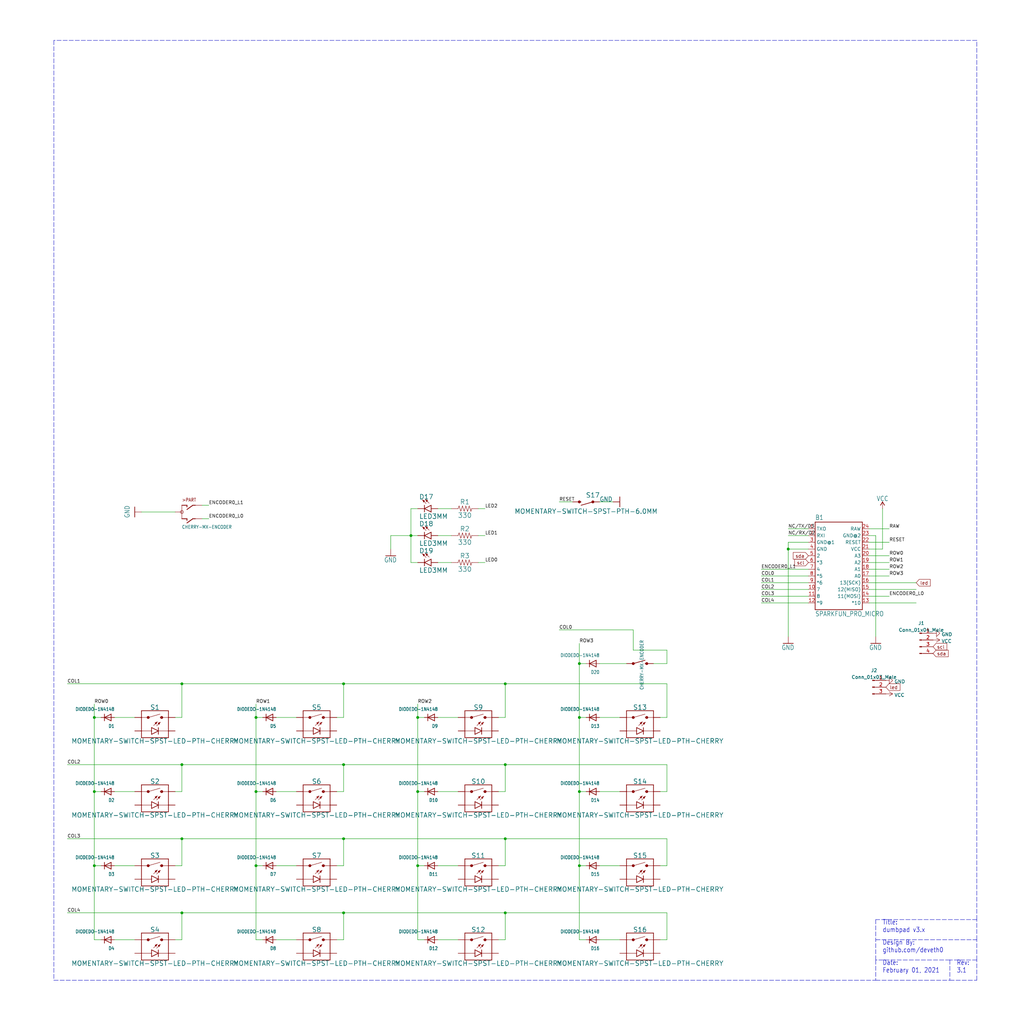
<source format=kicad_sch>
(kicad_sch (version 20211123) (generator eeschema)

  (uuid c58960d9-4cac-4036-ad2e-1aef26946dae)

  (paper "User" 386.08 386.004)

  (lib_symbols
    (symbol "Connector:Conn_01x03_Male" (pin_names (offset 1.016) hide) (in_bom yes) (on_board yes)
      (property "Reference" "J" (id 0) (at 0 5.08 0)
        (effects (font (size 1.27 1.27)))
      )
      (property "Value" "Conn_01x03_Male" (id 1) (at 0 -5.08 0)
        (effects (font (size 1.27 1.27)))
      )
      (property "Footprint" "" (id 2) (at 0 0 0)
        (effects (font (size 1.27 1.27)) hide)
      )
      (property "Datasheet" "~" (id 3) (at 0 0 0)
        (effects (font (size 1.27 1.27)) hide)
      )
      (property "ki_keywords" "connector" (id 4) (at 0 0 0)
        (effects (font (size 1.27 1.27)) hide)
      )
      (property "ki_description" "Generic connector, single row, 01x03, script generated (kicad-library-utils/schlib/autogen/connector/)" (id 5) (at 0 0 0)
        (effects (font (size 1.27 1.27)) hide)
      )
      (property "ki_fp_filters" "Connector*:*_1x??_*" (id 6) (at 0 0 0)
        (effects (font (size 1.27 1.27)) hide)
      )
      (symbol "Conn_01x03_Male_1_1"
        (polyline
          (pts
            (xy 1.27 -2.54)
            (xy 0.8636 -2.54)
          )
          (stroke (width 0.1524) (type default) (color 0 0 0 0))
          (fill (type none))
        )
        (polyline
          (pts
            (xy 1.27 0)
            (xy 0.8636 0)
          )
          (stroke (width 0.1524) (type default) (color 0 0 0 0))
          (fill (type none))
        )
        (polyline
          (pts
            (xy 1.27 2.54)
            (xy 0.8636 2.54)
          )
          (stroke (width 0.1524) (type default) (color 0 0 0 0))
          (fill (type none))
        )
        (rectangle (start 0.8636 -2.413) (end 0 -2.667)
          (stroke (width 0.1524) (type default) (color 0 0 0 0))
          (fill (type outline))
        )
        (rectangle (start 0.8636 0.127) (end 0 -0.127)
          (stroke (width 0.1524) (type default) (color 0 0 0 0))
          (fill (type outline))
        )
        (rectangle (start 0.8636 2.667) (end 0 2.413)
          (stroke (width 0.1524) (type default) (color 0 0 0 0))
          (fill (type outline))
        )
        (pin passive line (at 5.08 2.54 180) (length 3.81)
          (name "Pin_1" (effects (font (size 1.27 1.27))))
          (number "1" (effects (font (size 1.27 1.27))))
        )
        (pin passive line (at 5.08 0 180) (length 3.81)
          (name "Pin_2" (effects (font (size 1.27 1.27))))
          (number "2" (effects (font (size 1.27 1.27))))
        )
        (pin passive line (at 5.08 -2.54 180) (length 3.81)
          (name "Pin_3" (effects (font (size 1.27 1.27))))
          (number "3" (effects (font (size 1.27 1.27))))
        )
      )
    )
    (symbol "Connector:Conn_01x04_Male" (pin_names (offset 1.016) hide) (in_bom yes) (on_board yes)
      (property "Reference" "J" (id 0) (at 0 5.08 0)
        (effects (font (size 1.27 1.27)))
      )
      (property "Value" "Conn_01x04_Male" (id 1) (at 0 -7.62 0)
        (effects (font (size 1.27 1.27)))
      )
      (property "Footprint" "" (id 2) (at 0 0 0)
        (effects (font (size 1.27 1.27)) hide)
      )
      (property "Datasheet" "~" (id 3) (at 0 0 0)
        (effects (font (size 1.27 1.27)) hide)
      )
      (property "ki_keywords" "connector" (id 4) (at 0 0 0)
        (effects (font (size 1.27 1.27)) hide)
      )
      (property "ki_description" "Generic connector, single row, 01x04, script generated (kicad-library-utils/schlib/autogen/connector/)" (id 5) (at 0 0 0)
        (effects (font (size 1.27 1.27)) hide)
      )
      (property "ki_fp_filters" "Connector*:*_1x??_*" (id 6) (at 0 0 0)
        (effects (font (size 1.27 1.27)) hide)
      )
      (symbol "Conn_01x04_Male_1_1"
        (polyline
          (pts
            (xy 1.27 -5.08)
            (xy 0.8636 -5.08)
          )
          (stroke (width 0.1524) (type default) (color 0 0 0 0))
          (fill (type none))
        )
        (polyline
          (pts
            (xy 1.27 -2.54)
            (xy 0.8636 -2.54)
          )
          (stroke (width 0.1524) (type default) (color 0 0 0 0))
          (fill (type none))
        )
        (polyline
          (pts
            (xy 1.27 0)
            (xy 0.8636 0)
          )
          (stroke (width 0.1524) (type default) (color 0 0 0 0))
          (fill (type none))
        )
        (polyline
          (pts
            (xy 1.27 2.54)
            (xy 0.8636 2.54)
          )
          (stroke (width 0.1524) (type default) (color 0 0 0 0))
          (fill (type none))
        )
        (rectangle (start 0.8636 -4.953) (end 0 -5.207)
          (stroke (width 0.1524) (type default) (color 0 0 0 0))
          (fill (type outline))
        )
        (rectangle (start 0.8636 -2.413) (end 0 -2.667)
          (stroke (width 0.1524) (type default) (color 0 0 0 0))
          (fill (type outline))
        )
        (rectangle (start 0.8636 0.127) (end 0 -0.127)
          (stroke (width 0.1524) (type default) (color 0 0 0 0))
          (fill (type outline))
        )
        (rectangle (start 0.8636 2.667) (end 0 2.413)
          (stroke (width 0.1524) (type default) (color 0 0 0 0))
          (fill (type outline))
        )
        (pin passive line (at 5.08 2.54 180) (length 3.81)
          (name "Pin_1" (effects (font (size 1.27 1.27))))
          (number "1" (effects (font (size 1.27 1.27))))
        )
        (pin passive line (at 5.08 0 180) (length 3.81)
          (name "Pin_2" (effects (font (size 1.27 1.27))))
          (number "2" (effects (font (size 1.27 1.27))))
        )
        (pin passive line (at 5.08 -2.54 180) (length 3.81)
          (name "Pin_3" (effects (font (size 1.27 1.27))))
          (number "3" (effects (font (size 1.27 1.27))))
        )
        (pin passive line (at 5.08 -5.08 180) (length 3.81)
          (name "Pin_4" (effects (font (size 1.27 1.27))))
          (number "4" (effects (font (size 1.27 1.27))))
        )
      )
    )
    (symbol "dumbpad-eagle-import:330OHM-HORIZ-1{slash}10W-5%" (in_bom yes) (on_board yes)
      (property "Reference" "R" (id 0) (at 0 1.524 0)
        (effects (font (size 1.778 1.778)) (justify bottom))
      )
      (property "Value" "330OHM-HORIZ-1{slash}10W-5%" (id 1) (at 0 -1.524 0)
        (effects (font (size 1.778 1.778)) (justify top))
      )
      (property "Footprint" "dumbpad:AXIAL-0.3" (id 2) (at 0 0 0)
        (effects (font (size 1.27 1.27)) hide)
      )
      (property "Datasheet" "" (id 3) (at 0 0 0)
        (effects (font (size 1.27 1.27)) hide)
      )
      (property "ki_locked" "" (id 4) (at 0 0 0)
        (effects (font (size 1.27 1.27)))
      )
      (symbol "330OHM-HORIZ-1{slash}10W-5%_1_0"
        (polyline
          (pts
            (xy -2.54 0)
            (xy -2.159 1.016)
          )
          (stroke (width 0.1524) (type default) (color 0 0 0 0))
          (fill (type none))
        )
        (polyline
          (pts
            (xy -2.159 1.016)
            (xy -1.524 -1.016)
          )
          (stroke (width 0.1524) (type default) (color 0 0 0 0))
          (fill (type none))
        )
        (polyline
          (pts
            (xy -1.524 -1.016)
            (xy -0.889 1.016)
          )
          (stroke (width 0.1524) (type default) (color 0 0 0 0))
          (fill (type none))
        )
        (polyline
          (pts
            (xy -0.889 1.016)
            (xy -0.254 -1.016)
          )
          (stroke (width 0.1524) (type default) (color 0 0 0 0))
          (fill (type none))
        )
        (polyline
          (pts
            (xy -0.254 -1.016)
            (xy 0.381 1.016)
          )
          (stroke (width 0.1524) (type default) (color 0 0 0 0))
          (fill (type none))
        )
        (polyline
          (pts
            (xy 0.381 1.016)
            (xy 1.016 -1.016)
          )
          (stroke (width 0.1524) (type default) (color 0 0 0 0))
          (fill (type none))
        )
        (polyline
          (pts
            (xy 1.016 -1.016)
            (xy 1.651 1.016)
          )
          (stroke (width 0.1524) (type default) (color 0 0 0 0))
          (fill (type none))
        )
        (polyline
          (pts
            (xy 1.651 1.016)
            (xy 2.286 -1.016)
          )
          (stroke (width 0.1524) (type default) (color 0 0 0 0))
          (fill (type none))
        )
        (polyline
          (pts
            (xy 2.286 -1.016)
            (xy 2.54 0)
          )
          (stroke (width 0.1524) (type default) (color 0 0 0 0))
          (fill (type none))
        )
        (pin passive line (at -5.08 0 0) (length 2.54)
          (name "1" (effects (font (size 0 0))))
          (number "P$1" (effects (font (size 0 0))))
        )
        (pin passive line (at 5.08 0 180) (length 2.54)
          (name "2" (effects (font (size 0 0))))
          (number "P$2" (effects (font (size 0 0))))
        )
      )
    )
    (symbol "dumbpad-eagle-import:CHERRY-MX-ENCODER" (in_bom yes) (on_board yes)
      (property "Reference" "" (id 0) (at 0 1.524 0)
        (effects (font (size 1.778 1.778)) (justify bottom) hide)
      )
      (property "Value" "CHERRY-MX-ENCODER" (id 1) (at 6.35 0 90)
        (effects (font (size 1.27 1.0795)) (justify left bottom))
      )
      (property "Footprint" "dumbpad:CHERRY-MX-ENCODER" (id 2) (at 0 0 0)
        (effects (font (size 1.27 1.27)) hide)
      )
      (property "Datasheet" "" (id 3) (at 0 0 0)
        (effects (font (size 1.27 1.27)) hide)
      )
      (property "ki_locked" "" (id 4) (at 0 0 0)
        (effects (font (size 1.27 1.27)))
      )
      (symbol "CHERRY-MX-ENCODER_1_0"
        (circle (center -2.54 0) (radius 0.127)
          (stroke (width 0.4064) (type default) (color 0 0 0 0))
          (fill (type none))
        )
        (polyline
          (pts
            (xy -2.54 0)
            (xy 1.905 1.27)
          )
          (stroke (width 0.254) (type default) (color 0 0 0 0))
          (fill (type none))
        )
        (polyline
          (pts
            (xy 1.905 0)
            (xy 2.54 0)
          )
          (stroke (width 0.254) (type default) (color 0 0 0 0))
          (fill (type none))
        )
        (circle (center 2.54 0) (radius 0.127)
          (stroke (width 0.4064) (type default) (color 0 0 0 0))
          (fill (type none))
        )
        (pin passive line (at -5.08 0 0) (length 2.54)
          (name "1" (effects (font (size 0 0))))
          (number "D" (effects (font (size 0 0))))
        )
        (pin passive line (at 5.08 0 180) (length 2.54)
          (name "2" (effects (font (size 0 0))))
          (number "E" (effects (font (size 0 0))))
        )
        (pin passive line (at -5.08 0 0) (length 2.54)
          (name "1" (effects (font (size 0 0))))
          (number "S1" (effects (font (size 0 0))))
        )
        (pin passive line (at 5.08 0 180) (length 2.54)
          (name "2" (effects (font (size 0 0))))
          (number "S2" (effects (font (size 0 0))))
        )
      )
      (symbol "CHERRY-MX-ENCODER_2_0"
        (polyline
          (pts
            (xy -2.54 0)
            (xy 2.54 0)
          )
          (stroke (width 0.1524) (type default) (color 0 0 0 0))
          (fill (type none))
        )
        (polyline
          (pts
            (xy -2.54 1.905)
            (xy -2.54 0)
          )
          (stroke (width 0.3048) (type default) (color 0 0 0 0))
          (fill (type none))
        )
        (polyline
          (pts
            (xy -2.54 4.1275)
            (xy -0.9525 1.905)
          )
          (stroke (width 0.3048) (type default) (color 0 0 0 0))
          (fill (type none))
        )
        (polyline
          (pts
            (xy -2.54 5.08)
            (xy -2.54 4.1275)
          )
          (stroke (width 0.3048) (type default) (color 0 0 0 0))
          (fill (type none))
        )
        (polyline
          (pts
            (xy -1.905 1.905)
            (xy -2.54 1.905)
          )
          (stroke (width 0.3048) (type default) (color 0 0 0 0))
          (fill (type none))
        )
        (polyline
          (pts
            (xy 2.54 1.905)
            (xy 2.54 0)
          )
          (stroke (width 0.3048) (type default) (color 0 0 0 0))
          (fill (type none))
        )
        (polyline
          (pts
            (xy 2.54 4.1275)
            (xy 4.1275 1.905)
          )
          (stroke (width 0.3048) (type default) (color 0 0 0 0))
          (fill (type none))
        )
        (polyline
          (pts
            (xy 2.54 5.08)
            (xy 2.54 4.1275)
          )
          (stroke (width 0.3048) (type default) (color 0 0 0 0))
          (fill (type none))
        )
        (polyline
          (pts
            (xy 3.175 1.905)
            (xy 2.54 1.905)
          )
          (stroke (width 0.3048) (type default) (color 0 0 0 0))
          (fill (type none))
        )
        (circle (center 0 0) (radius 0.5679)
          (stroke (width 0) (type default) (color 0 0 0 0))
          (fill (type none))
        )
        (text ">PART" (at -3.81 0 900)
          (effects (font (size 1.27 1.0795)) (justify left bottom))
        )
        (pin passive line (at -2.54 7.62 270) (length 2.54)
          (name "A" (effects (font (size 0 0))))
          (number "A" (effects (font (size 0 0))))
        )
        (pin passive line (at 2.54 7.62 270) (length 2.54)
          (name "B" (effects (font (size 0 0))))
          (number "B" (effects (font (size 0 0))))
        )
        (pin passive line (at 0 -2.54 90) (length 2.54)
          (name "C" (effects (font (size 0 0))))
          (number "C" (effects (font (size 0 0))))
        )
      )
    )
    (symbol "dumbpad-eagle-import:DIODEDO-1N4148" (in_bom yes) (on_board yes)
      (property "Reference" "D" (id 0) (at -2.54 2.54 0)
        (effects (font (size 1.27 1.0795)) (justify left bottom))
      )
      (property "Value" "DIODEDO-1N4148" (id 1) (at -2.54 -3.81 0)
        (effects (font (size 1.27 1.0795)) (justify left bottom))
      )
      (property "Footprint" "dumbpad:DO-1N4148" (id 2) (at 0 0 0)
        (effects (font (size 1.27 1.27)) hide)
      )
      (property "Datasheet" "" (id 3) (at 0 0 0)
        (effects (font (size 1.27 1.27)) hide)
      )
      (property "ki_locked" "" (id 4) (at 0 0 0)
        (effects (font (size 1.27 1.27)))
      )
      (symbol "DIODEDO-1N4148_1_0"
        (polyline
          (pts
            (xy -1.27 -1.27)
            (xy 1.27 0)
          )
          (stroke (width 0.254) (type default) (color 0 0 0 0))
          (fill (type none))
        )
        (polyline
          (pts
            (xy -1.27 1.27)
            (xy -1.27 -1.27)
          )
          (stroke (width 0.254) (type default) (color 0 0 0 0))
          (fill (type none))
        )
        (polyline
          (pts
            (xy 1.27 0)
            (xy -1.27 1.27)
          )
          (stroke (width 0.254) (type default) (color 0 0 0 0))
          (fill (type none))
        )
        (polyline
          (pts
            (xy 1.27 0)
            (xy 1.27 -1.27)
          )
          (stroke (width 0.254) (type default) (color 0 0 0 0))
          (fill (type none))
        )
        (polyline
          (pts
            (xy 1.27 1.27)
            (xy 1.27 0)
          )
          (stroke (width 0.254) (type default) (color 0 0 0 0))
          (fill (type none))
        )
        (pin passive line (at -2.54 0 0) (length 2.54)
          (name "A" (effects (font (size 0 0))))
          (number "A" (effects (font (size 0 0))))
        )
        (pin passive line (at 2.54 0 180) (length 2.54)
          (name "C" (effects (font (size 0 0))))
          (number "C" (effects (font (size 0 0))))
        )
      )
    )
    (symbol "dumbpad-eagle-import:GND" (power) (in_bom yes) (on_board yes)
      (property "Reference" "#GND" (id 0) (at 0 0 0)
        (effects (font (size 1.27 1.27)) hide)
      )
      (property "Value" "GND" (id 1) (at -2.54 -2.54 0)
        (effects (font (size 1.778 1.5113)) (justify left bottom))
      )
      (property "Footprint" "dumbpad:" (id 2) (at 0 0 0)
        (effects (font (size 1.27 1.27)) hide)
      )
      (property "Datasheet" "" (id 3) (at 0 0 0)
        (effects (font (size 1.27 1.27)) hide)
      )
      (property "ki_locked" "" (id 4) (at 0 0 0)
        (effects (font (size 1.27 1.27)))
      )
      (symbol "GND_1_0"
        (polyline
          (pts
            (xy -1.905 0)
            (xy 1.905 0)
          )
          (stroke (width 0.254) (type default) (color 0 0 0 0))
          (fill (type none))
        )
        (pin power_in line (at 0 2.54 270) (length 2.54)
          (name "GND" (effects (font (size 0 0))))
          (number "1" (effects (font (size 0 0))))
        )
      )
    )
    (symbol "dumbpad-eagle-import:LED3MM" (in_bom yes) (on_board yes)
      (property "Reference" "D" (id 0) (at -3.429 -4.572 90)
        (effects (font (size 1.778 1.778)) (justify left bottom))
      )
      (property "Value" "LED3MM" (id 1) (at 1.905 -4.572 90)
        (effects (font (size 1.778 1.778)) (justify left top))
      )
      (property "Footprint" "dumbpad:LED_3MM" (id 2) (at 0 0 0)
        (effects (font (size 1.27 1.27)) hide)
      )
      (property "Datasheet" "" (id 3) (at 0 0 0)
        (effects (font (size 1.27 1.27)) hide)
      )
      (property "ki_locked" "" (id 4) (at 0 0 0)
        (effects (font (size 1.27 1.27)))
      )
      (symbol "LED3MM_1_0"
        (polyline
          (pts
            (xy -2.032 -0.762)
            (xy -3.429 -2.159)
          )
          (stroke (width 0.1524) (type default) (color 0 0 0 0))
          (fill (type none))
        )
        (polyline
          (pts
            (xy -1.905 -1.905)
            (xy -3.302 -3.302)
          )
          (stroke (width 0.1524) (type default) (color 0 0 0 0))
          (fill (type none))
        )
        (polyline
          (pts
            (xy 0 -2.54)
            (xy -1.27 -2.54)
          )
          (stroke (width 0.254) (type default) (color 0 0 0 0))
          (fill (type none))
        )
        (polyline
          (pts
            (xy 0 -2.54)
            (xy -1.27 0)
          )
          (stroke (width 0.254) (type default) (color 0 0 0 0))
          (fill (type none))
        )
        (polyline
          (pts
            (xy 1.27 -2.54)
            (xy 0 -2.54)
          )
          (stroke (width 0.254) (type default) (color 0 0 0 0))
          (fill (type none))
        )
        (polyline
          (pts
            (xy 1.27 0)
            (xy -1.27 0)
          )
          (stroke (width 0.254) (type default) (color 0 0 0 0))
          (fill (type none))
        )
        (polyline
          (pts
            (xy 1.27 0)
            (xy 0 -2.54)
          )
          (stroke (width 0.254) (type default) (color 0 0 0 0))
          (fill (type none))
        )
        (polyline
          (pts
            (xy -3.429 -2.159)
            (xy -3.048 -1.27)
            (xy -2.54 -1.778)
          )
          (stroke (width 0) (type default) (color 0 0 0 0))
          (fill (type outline))
        )
        (polyline
          (pts
            (xy -3.302 -3.302)
            (xy -2.921 -2.413)
            (xy -2.413 -2.921)
          )
          (stroke (width 0) (type default) (color 0 0 0 0))
          (fill (type outline))
        )
        (pin passive line (at 0 2.54 270) (length 2.54)
          (name "A" (effects (font (size 0 0))))
          (number "A" (effects (font (size 0 0))))
        )
        (pin passive line (at 0 -5.08 90) (length 2.54)
          (name "C" (effects (font (size 0 0))))
          (number "K" (effects (font (size 0 0))))
        )
      )
    )
    (symbol "dumbpad-eagle-import:MOMENTARY-SWITCH-SPST-LED-PTH-CHERRY" (in_bom yes) (on_board yes)
      (property "Reference" "S" (id 0) (at 0 5.334 0)
        (effects (font (size 1.778 1.778)) (justify bottom))
      )
      (property "Value" "MOMENTARY-SWITCH-SPST-LED-PTH-CHERRY" (id 1) (at 0 -5.334 0)
        (effects (font (size 1.778 1.778)) (justify top))
      )
      (property "Footprint" "dumbpad:CHERRY-MX-LED" (id 2) (at 0 0 0)
        (effects (font (size 1.27 1.27)) hide)
      )
      (property "Datasheet" "" (id 3) (at 0 0 0)
        (effects (font (size 1.27 1.27)) hide)
      )
      (property "ki_locked" "" (id 4) (at 0 0 0)
        (effects (font (size 1.27 1.27)))
      )
      (symbol "MOMENTARY-SWITCH-SPST-LED-PTH-CHERRY_1_0"
        (circle (center -2.54 2.54) (radius 0.127)
          (stroke (width 0.4064) (type default) (color 0 0 0 0))
          (fill (type none))
        )
        (polyline
          (pts
            (xy -5.08 -5.08)
            (xy 5.08 -5.08)
          )
          (stroke (width 0.254) (type default) (color 0 0 0 0))
          (fill (type none))
        )
        (polyline
          (pts
            (xy -5.08 -2.54)
            (xy -5.08 -5.08)
          )
          (stroke (width 0.254) (type default) (color 0 0 0 0))
          (fill (type none))
        )
        (polyline
          (pts
            (xy -5.08 -2.54)
            (xy -1.27 -2.54)
          )
          (stroke (width 0.1524) (type default) (color 0 0 0 0))
          (fill (type none))
        )
        (polyline
          (pts
            (xy -5.08 2.54)
            (xy -5.08 -2.54)
          )
          (stroke (width 0.254) (type default) (color 0 0 0 0))
          (fill (type none))
        )
        (polyline
          (pts
            (xy -5.08 2.54)
            (xy -2.54 2.54)
          )
          (stroke (width 0.1524) (type default) (color 0 0 0 0))
          (fill (type none))
        )
        (polyline
          (pts
            (xy -5.08 5.08)
            (xy -5.08 2.54)
          )
          (stroke (width 0.254) (type default) (color 0 0 0 0))
          (fill (type none))
        )
        (polyline
          (pts
            (xy -2.54 2.54)
            (xy 1.905 3.81)
          )
          (stroke (width 0.1524) (type default) (color 0 0 0 0))
          (fill (type none))
        )
        (polyline
          (pts
            (xy -1.27 -3.81)
            (xy -1.27 -2.54)
          )
          (stroke (width 0.254) (type default) (color 0 0 0 0))
          (fill (type none))
        )
        (polyline
          (pts
            (xy -1.27 -3.81)
            (xy 1.27 -2.54)
          )
          (stroke (width 0.254) (type default) (color 0 0 0 0))
          (fill (type none))
        )
        (polyline
          (pts
            (xy -1.27 -2.54)
            (xy -1.27 -1.27)
          )
          (stroke (width 0.254) (type default) (color 0 0 0 0))
          (fill (type none))
        )
        (polyline
          (pts
            (xy -0.508 -0.508)
            (xy 0.889 0.889)
          )
          (stroke (width 0.1524) (type default) (color 0 0 0 0))
          (fill (type none))
        )
        (polyline
          (pts
            (xy 0.635 -0.635)
            (xy 2.032 0.762)
          )
          (stroke (width 0.1524) (type default) (color 0 0 0 0))
          (fill (type none))
        )
        (polyline
          (pts
            (xy 1.27 -3.81)
            (xy 1.27 -2.54)
          )
          (stroke (width 0.254) (type default) (color 0 0 0 0))
          (fill (type none))
        )
        (polyline
          (pts
            (xy 1.27 -2.54)
            (xy -1.27 -1.27)
          )
          (stroke (width 0.254) (type default) (color 0 0 0 0))
          (fill (type none))
        )
        (polyline
          (pts
            (xy 1.27 -2.54)
            (xy 1.27 -1.27)
          )
          (stroke (width 0.254) (type default) (color 0 0 0 0))
          (fill (type none))
        )
        (polyline
          (pts
            (xy 1.27 -2.54)
            (xy 5.08 -2.54)
          )
          (stroke (width 0.1524) (type default) (color 0 0 0 0))
          (fill (type none))
        )
        (polyline
          (pts
            (xy 1.905 2.54)
            (xy 5.08 2.54)
          )
          (stroke (width 0.1524) (type default) (color 0 0 0 0))
          (fill (type none))
        )
        (polyline
          (pts
            (xy 5.08 -5.08)
            (xy 5.08 -2.54)
          )
          (stroke (width 0.254) (type default) (color 0 0 0 0))
          (fill (type none))
        )
        (polyline
          (pts
            (xy 5.08 -2.54)
            (xy 5.08 2.54)
          )
          (stroke (width 0.254) (type default) (color 0 0 0 0))
          (fill (type none))
        )
        (polyline
          (pts
            (xy 5.08 2.54)
            (xy 5.08 5.08)
          )
          (stroke (width 0.254) (type default) (color 0 0 0 0))
          (fill (type none))
        )
        (polyline
          (pts
            (xy 5.08 5.08)
            (xy -5.08 5.08)
          )
          (stroke (width 0.254) (type default) (color 0 0 0 0))
          (fill (type none))
        )
        (polyline
          (pts
            (xy 0.889 0.889)
            (xy 0 0.508)
            (xy 0.508 0)
          )
          (stroke (width 0) (type default) (color 0 0 0 0))
          (fill (type outline))
        )
        (polyline
          (pts
            (xy 2.032 0.762)
            (xy 1.143 0.381)
            (xy 1.651 -0.127)
          )
          (stroke (width 0) (type default) (color 0 0 0 0))
          (fill (type outline))
        )
        (circle (center 2.54 2.54) (radius 0.127)
          (stroke (width 0.4064) (type default) (color 0 0 0 0))
          (fill (type none))
        )
        (pin passive line (at -7.62 -2.54 0) (length 2.54)
          (name "A" (effects (font (size 0 0))))
          (number "A" (effects (font (size 0 0))))
        )
        (pin passive line (at 7.62 -2.54 180) (length 2.54)
          (name "C" (effects (font (size 0 0))))
          (number "K" (effects (font (size 0 0))))
        )
        (pin passive line (at -7.62 2.54 0) (length 2.54)
          (name "1" (effects (font (size 0 0))))
          (number "S1" (effects (font (size 0 0))))
        )
        (pin passive line (at 7.62 2.54 180) (length 2.54)
          (name "2" (effects (font (size 0 0))))
          (number "S2" (effects (font (size 0 0))))
        )
      )
    )
    (symbol "dumbpad-eagle-import:MOMENTARY-SWITCH-SPST-PTH-6.0MM" (in_bom yes) (on_board yes)
      (property "Reference" "S" (id 0) (at 0 1.524 0)
        (effects (font (size 1.778 1.778)) (justify bottom))
      )
      (property "Value" "MOMENTARY-SWITCH-SPST-PTH-6.0MM" (id 1) (at 0 -0.508 0)
        (effects (font (size 1.778 1.778)) (justify top))
      )
      (property "Footprint" "dumbpad:TACTILE_SWITCH_PTH_6.0MM" (id 2) (at 0 0 0)
        (effects (font (size 1.27 1.27)) hide)
      )
      (property "Datasheet" "" (id 3) (at 0 0 0)
        (effects (font (size 1.27 1.27)) hide)
      )
      (property "ki_locked" "" (id 4) (at 0 0 0)
        (effects (font (size 1.27 1.27)))
      )
      (symbol "MOMENTARY-SWITCH-SPST-PTH-6.0MM_1_0"
        (circle (center -2.54 0) (radius 0.127)
          (stroke (width 0.4064) (type default) (color 0 0 0 0))
          (fill (type none))
        )
        (polyline
          (pts
            (xy -2.54 0)
            (xy 1.905 1.27)
          )
          (stroke (width 0.254) (type default) (color 0 0 0 0))
          (fill (type none))
        )
        (polyline
          (pts
            (xy 1.905 0)
            (xy 2.54 0)
          )
          (stroke (width 0.254) (type default) (color 0 0 0 0))
          (fill (type none))
        )
        (circle (center 2.54 0) (radius 0.127)
          (stroke (width 0.4064) (type default) (color 0 0 0 0))
          (fill (type none))
        )
        (pin passive line (at -5.08 0 0) (length 2.54)
          (name "1" (effects (font (size 0 0))))
          (number "1" (effects (font (size 0 0))))
        )
        (pin passive line (at 5.08 0 180) (length 2.54)
          (name "2" (effects (font (size 0 0))))
          (number "3" (effects (font (size 0 0))))
        )
      )
    )
    (symbol "dumbpad-eagle-import:SPARKFUN_PRO_MICRO" (in_bom yes) (on_board yes)
      (property "Reference" "B" (id 0) (at -7.62 18.542 0)
        (effects (font (size 1.778 1.5113)) (justify left bottom))
      )
      (property "Value" "SPARKFUN_PRO_MICRO" (id 1) (at -7.62 -17.78 0)
        (effects (font (size 1.778 1.5113)) (justify left bottom))
      )
      (property "Footprint" "dumbpad:SPARKFUN_PRO_MICRO" (id 2) (at 0 0 0)
        (effects (font (size 1.27 1.27)) hide)
      )
      (property "Datasheet" "" (id 3) (at 0 0 0)
        (effects (font (size 1.27 1.27)) hide)
      )
      (property "ki_locked" "" (id 4) (at 0 0 0)
        (effects (font (size 1.27 1.27)))
      )
      (symbol "SPARKFUN_PRO_MICRO_1_0"
        (polyline
          (pts
            (xy -7.62 -15.24)
            (xy 10.16 -15.24)
          )
          (stroke (width 0.254) (type default) (color 0 0 0 0))
          (fill (type none))
        )
        (polyline
          (pts
            (xy -7.62 17.78)
            (xy -7.62 -15.24)
          )
          (stroke (width 0.254) (type default) (color 0 0 0 0))
          (fill (type none))
        )
        (polyline
          (pts
            (xy 10.16 -15.24)
            (xy 10.16 17.78)
          )
          (stroke (width 0.254) (type default) (color 0 0 0 0))
          (fill (type none))
        )
        (polyline
          (pts
            (xy 10.16 17.78)
            (xy -7.62 17.78)
          )
          (stroke (width 0.254) (type default) (color 0 0 0 0))
          (fill (type none))
        )
        (pin bidirectional line (at -10.16 15.24 0) (length 2.54)
          (name "TXO" (effects (font (size 1.27 1.27))))
          (number "1" (effects (font (size 1.27 1.27))))
        )
        (pin bidirectional line (at -10.16 -7.62 0) (length 2.54)
          (name "7" (effects (font (size 1.27 1.27))))
          (number "10" (effects (font (size 1.27 1.27))))
        )
        (pin bidirectional line (at -10.16 -10.16 0) (length 2.54)
          (name "8" (effects (font (size 1.27 1.27))))
          (number "11" (effects (font (size 1.27 1.27))))
        )
        (pin bidirectional line (at -10.16 -12.7 0) (length 2.54)
          (name "*9" (effects (font (size 1.27 1.27))))
          (number "12" (effects (font (size 1.27 1.27))))
        )
        (pin bidirectional line (at 12.7 -12.7 180) (length 2.54)
          (name "*10" (effects (font (size 1.27 1.27))))
          (number "13" (effects (font (size 1.27 1.27))))
        )
        (pin bidirectional line (at 12.7 -10.16 180) (length 2.54)
          (name "11(MOSI)" (effects (font (size 1.27 1.27))))
          (number "14" (effects (font (size 1.27 1.27))))
        )
        (pin bidirectional line (at 12.7 -7.62 180) (length 2.54)
          (name "12(MISO)" (effects (font (size 1.27 1.27))))
          (number "15" (effects (font (size 1.27 1.27))))
        )
        (pin bidirectional line (at 12.7 -5.08 180) (length 2.54)
          (name "13(SCK)" (effects (font (size 1.27 1.27))))
          (number "16" (effects (font (size 1.27 1.27))))
        )
        (pin bidirectional line (at 12.7 -2.54 180) (length 2.54)
          (name "A0" (effects (font (size 1.27 1.27))))
          (number "17" (effects (font (size 1.27 1.27))))
        )
        (pin bidirectional line (at 12.7 0 180) (length 2.54)
          (name "A1" (effects (font (size 1.27 1.27))))
          (number "18" (effects (font (size 1.27 1.27))))
        )
        (pin bidirectional line (at 12.7 2.54 180) (length 2.54)
          (name "A2" (effects (font (size 1.27 1.27))))
          (number "19" (effects (font (size 1.27 1.27))))
        )
        (pin bidirectional line (at -10.16 12.7 0) (length 2.54)
          (name "RXI" (effects (font (size 1.27 1.27))))
          (number "2" (effects (font (size 1.27 1.27))))
        )
        (pin bidirectional line (at 12.7 5.08 180) (length 2.54)
          (name "A3" (effects (font (size 1.27 1.27))))
          (number "20" (effects (font (size 1.27 1.27))))
        )
        (pin power_in line (at 12.7 7.62 180) (length 2.54)
          (name "VCC" (effects (font (size 1.27 1.27))))
          (number "21" (effects (font (size 1.27 1.27))))
        )
        (pin bidirectional line (at 12.7 10.16 180) (length 2.54)
          (name "RESET" (effects (font (size 1.27 1.27))))
          (number "22" (effects (font (size 1.27 1.27))))
        )
        (pin power_in line (at 12.7 12.7 180) (length 2.54)
          (name "GND@2" (effects (font (size 1.27 1.27))))
          (number "23" (effects (font (size 1.27 1.27))))
        )
        (pin power_in line (at 12.7 15.24 180) (length 2.54)
          (name "RAW" (effects (font (size 1.27 1.27))))
          (number "24" (effects (font (size 1.27 1.27))))
        )
        (pin power_in line (at -10.16 10.16 0) (length 2.54)
          (name "GND@1" (effects (font (size 1.27 1.27))))
          (number "3" (effects (font (size 1.27 1.27))))
        )
        (pin power_in line (at -10.16 7.62 0) (length 2.54)
          (name "GND" (effects (font (size 1.27 1.27))))
          (number "4" (effects (font (size 1.27 1.27))))
        )
        (pin bidirectional line (at -10.16 5.08 0) (length 2.54)
          (name "2" (effects (font (size 1.27 1.27))))
          (number "5" (effects (font (size 1.27 1.27))))
        )
        (pin bidirectional line (at -10.16 2.54 0) (length 2.54)
          (name "*3" (effects (font (size 1.27 1.27))))
          (number "6" (effects (font (size 1.27 1.27))))
        )
        (pin bidirectional line (at -10.16 0 0) (length 2.54)
          (name "4" (effects (font (size 1.27 1.27))))
          (number "7" (effects (font (size 1.27 1.27))))
        )
        (pin bidirectional line (at -10.16 -2.54 0) (length 2.54)
          (name "*5" (effects (font (size 1.27 1.27))))
          (number "8" (effects (font (size 1.27 1.27))))
        )
        (pin bidirectional line (at -10.16 -5.08 0) (length 2.54)
          (name "*6" (effects (font (size 1.27 1.27))))
          (number "9" (effects (font (size 1.27 1.27))))
        )
      )
    )
    (symbol "dumbpad-eagle-import:VCC" (power) (in_bom yes) (on_board yes)
      (property "Reference" "#SUPPLY" (id 0) (at 0 0 0)
        (effects (font (size 1.27 1.27)) hide)
      )
      (property "Value" "VCC" (id 1) (at 0 2.794 0)
        (effects (font (size 1.778 1.5113)) (justify bottom))
      )
      (property "Footprint" "dumbpad:" (id 2) (at 0 0 0)
        (effects (font (size 1.27 1.27)) hide)
      )
      (property "Datasheet" "" (id 3) (at 0 0 0)
        (effects (font (size 1.27 1.27)) hide)
      )
      (property "ki_locked" "" (id 4) (at 0 0 0)
        (effects (font (size 1.27 1.27)))
      )
      (symbol "VCC_1_0"
        (polyline
          (pts
            (xy 0 2.54)
            (xy -0.762 1.27)
          )
          (stroke (width 0.254) (type default) (color 0 0 0 0))
          (fill (type none))
        )
        (polyline
          (pts
            (xy 0.762 1.27)
            (xy 0 2.54)
          )
          (stroke (width 0.254) (type default) (color 0 0 0 0))
          (fill (type none))
        )
        (pin power_in line (at 0 0 90) (length 2.54)
          (name "VCC" (effects (font (size 0 0))))
          (number "1" (effects (font (size 0 0))))
        )
      )
    )
    (symbol "power:GND" (power) (pin_names (offset 0)) (in_bom yes) (on_board yes)
      (property "Reference" "#PWR" (id 0) (at 0 -6.35 0)
        (effects (font (size 1.27 1.27)) hide)
      )
      (property "Value" "GND" (id 1) (at 0 -3.81 0)
        (effects (font (size 1.27 1.27)))
      )
      (property "Footprint" "" (id 2) (at 0 0 0)
        (effects (font (size 1.27 1.27)) hide)
      )
      (property "Datasheet" "" (id 3) (at 0 0 0)
        (effects (font (size 1.27 1.27)) hide)
      )
      (property "ki_keywords" "power-flag" (id 4) (at 0 0 0)
        (effects (font (size 1.27 1.27)) hide)
      )
      (property "ki_description" "Power symbol creates a global label with name \"GND\" , ground" (id 5) (at 0 0 0)
        (effects (font (size 1.27 1.27)) hide)
      )
      (symbol "GND_0_1"
        (polyline
          (pts
            (xy 0 0)
            (xy 0 -1.27)
            (xy 1.27 -1.27)
            (xy 0 -2.54)
            (xy -1.27 -1.27)
            (xy 0 -1.27)
          )
          (stroke (width 0) (type default) (color 0 0 0 0))
          (fill (type none))
        )
      )
      (symbol "GND_1_1"
        (pin power_in line (at 0 0 270) (length 0) hide
          (name "GND" (effects (font (size 1.27 1.27))))
          (number "1" (effects (font (size 1.27 1.27))))
        )
      )
    )
    (symbol "power:VCC" (power) (pin_names (offset 0)) (in_bom yes) (on_board yes)
      (property "Reference" "#PWR" (id 0) (at 0 -3.81 0)
        (effects (font (size 1.27 1.27)) hide)
      )
      (property "Value" "VCC" (id 1) (at 0 3.81 0)
        (effects (font (size 1.27 1.27)))
      )
      (property "Footprint" "" (id 2) (at 0 0 0)
        (effects (font (size 1.27 1.27)) hide)
      )
      (property "Datasheet" "" (id 3) (at 0 0 0)
        (effects (font (size 1.27 1.27)) hide)
      )
      (property "ki_keywords" "power-flag" (id 4) (at 0 0 0)
        (effects (font (size 1.27 1.27)) hide)
      )
      (property "ki_description" "Power symbol creates a global label with name \"VCC\"" (id 5) (at 0 0 0)
        (effects (font (size 1.27 1.27)) hide)
      )
      (symbol "VCC_0_1"
        (polyline
          (pts
            (xy -0.762 1.27)
            (xy 0 2.54)
          )
          (stroke (width 0) (type default) (color 0 0 0 0))
          (fill (type none))
        )
        (polyline
          (pts
            (xy 0 0)
            (xy 0 2.54)
          )
          (stroke (width 0) (type default) (color 0 0 0 0))
          (fill (type none))
        )
        (polyline
          (pts
            (xy 0 2.54)
            (xy 0.762 1.27)
          )
          (stroke (width 0) (type default) (color 0 0 0 0))
          (fill (type none))
        )
      )
      (symbol "VCC_1_1"
        (pin power_in line (at 0 0 90) (length 0) hide
          (name "VCC" (effects (font (size 1.27 1.27))))
          (number "1" (effects (font (size 1.27 1.27))))
        )
      )
    )
  )

  (junction (at 218.44 250.19) (diameter 0) (color 0 0 0 0)
    (uuid 00c9c1c9-df78-4bf8-a378-9edee7dafbe3)
  )
  (junction (at 129.54 344.17) (diameter 0) (color 0 0 0 0)
    (uuid 054f8e07-0141-451f-a3c4-ea786b83b680)
  )
  (junction (at 157.48 270.51) (diameter 0) (color 0 0 0 0)
    (uuid 0667208e-872f-444a-9ed0-78a1b5f392d2)
  )
  (junction (at 35.56 326.39) (diameter 0) (color 0 0 0 0)
    (uuid 0c75753f-ac98-42bf-95d0-ee8de408989d)
  )
  (junction (at 129.54 316.23) (diameter 0) (color 0 0 0 0)
    (uuid 0d678ff1-21aa-4e6f-ae06-abf24406f3c8)
  )
  (junction (at 154.94 201.93) (diameter 0) (color 0 0 0 0)
    (uuid 0fffb828-f291-41d3-a83c-4eaa3df13f3a)
  )
  (junction (at 35.56 270.51) (diameter 0) (color 0 0 0 0)
    (uuid 168e91de-8892-4570-a62e-0a6a88daec47)
  )
  (junction (at 218.44 326.39) (diameter 0) (color 0 0 0 0)
    (uuid 3019c847-3ccf-490a-9dd6-694227c3fba5)
  )
  (junction (at 190.5 344.17) (diameter 0) (color 0 0 0 0)
    (uuid 3d19e22b-2666-4e7d-825d-37a04ed07fa1)
  )
  (junction (at 129.54 288.29) (diameter 0) (color 0 0 0 0)
    (uuid 42b7a68a-3837-4773-af68-a35059da48c3)
  )
  (junction (at 129.54 257.81) (diameter 0) (color 0 0 0 0)
    (uuid 43f4cf53-1dc5-4426-bbd2-fabe9c3d45ec)
  )
  (junction (at 96.52 298.45) (diameter 0) (color 0 0 0 0)
    (uuid 513c5122-3fbb-44b6-aa2c-74224719f915)
  )
  (junction (at 68.58 257.81) (diameter 0) (color 0 0 0 0)
    (uuid 6ceb10bf-4340-4309-8250-882c2b60a70e)
  )
  (junction (at 218.44 298.45) (diameter 0) (color 0 0 0 0)
    (uuid 741561bb-6157-4c58-bb00-0f2a32b21238)
  )
  (junction (at 218.44 270.51) (diameter 0) (color 0 0 0 0)
    (uuid 76a87642-211c-44f2-a488-190d6dc3728e)
  )
  (junction (at 297.18 207.01) (diameter 0) (color 0 0 0 0)
    (uuid 7da6dd22-6820-4812-8b65-ceb1440c016d)
  )
  (junction (at 157.48 298.45) (diameter 0) (color 0 0 0 0)
    (uuid 7fd11519-eb9e-4413-8ca2-e43e38c699f6)
  )
  (junction (at 190.5 316.23) (diameter 0) (color 0 0 0 0)
    (uuid a2c0fc07-9ed2-42e8-8fef-f02fce3412ee)
  )
  (junction (at 96.52 270.51) (diameter 0) (color 0 0 0 0)
    (uuid a8470270-920a-4fed-9691-22526135f92c)
  )
  (junction (at 157.48 326.39) (diameter 0) (color 0 0 0 0)
    (uuid bc29a09d-ebbe-4bab-9edb-114e75ee17a4)
  )
  (junction (at 35.56 298.45) (diameter 0) (color 0 0 0 0)
    (uuid c60045a9-c6dd-4a1d-b776-92c82360c330)
  )
  (junction (at 190.5 257.81) (diameter 0) (color 0 0 0 0)
    (uuid cb4b7bcd-f8cd-4398-9baf-986854c6b2ae)
  )
  (junction (at 68.58 288.29) (diameter 0) (color 0 0 0 0)
    (uuid dfa2c928-7d9a-4cd3-90db-112716296421)
  )
  (junction (at 68.58 316.23) (diameter 0) (color 0 0 0 0)
    (uuid e7c8f673-e523-47ce-91b8-92cf1c7605ce)
  )
  (junction (at 68.58 344.17) (diameter 0) (color 0 0 0 0)
    (uuid ed6caead-58a0-4a37-97cf-621d3ffb0ca4)
  )
  (junction (at 96.52 326.39) (diameter 0) (color 0 0 0 0)
    (uuid f99552ce-0729-4ada-aef3-5686270d7c4d)
  )
  (junction (at 190.5 288.29) (diameter 0) (color 0 0 0 0)
    (uuid f9e60890-c09c-4221-9409-43a2ec4885e8)
  )

  (wire (pts (xy 304.8 204.47) (xy 297.18 204.47))
    (stroke (width 0) (type default) (color 0 0 0 0))
    (uuid 00627221-b0fd-448e-b5a6-250d249697c2)
  )
  (wire (pts (xy 304.8 222.25) (xy 287.02 222.25))
    (stroke (width 0) (type default) (color 0 0 0 0))
    (uuid 00e39da0-4b3e-4884-a91e-86d729914953)
  )
  (wire (pts (xy 327.66 227.33) (xy 345.44 227.33))
    (stroke (width 0) (type default) (color 0 0 0 0))
    (uuid 01657d30-6f8e-4bbd-a3dd-6a0742c69aca)
  )
  (polyline (pts (xy 368.3 361.95) (xy 368.3 354.33))
    (stroke (width 0) (type default) (color 0 0 0 0))
    (uuid 0452da17-4ccf-4bdc-9fc3-b0a09600bd55)
  )

  (wire (pts (xy 157.48 191.77) (xy 154.94 191.77))
    (stroke (width 0) (type default) (color 0 0 0 0))
    (uuid 064853d1-fee5-4dc2-a187-8cbdd26d3919)
  )
  (polyline (pts (xy 330.2 346.71) (xy 330.2 354.33))
    (stroke (width 0) (type default) (color 0 0 0 0))
    (uuid 0774b60f-e343-428b-9125-3ca983239ad5)
  )
  (polyline (pts (xy 368.3 346.71) (xy 330.2 346.71))
    (stroke (width 0) (type default) (color 0 0 0 0))
    (uuid 0844b132-5386-469c-86ff-d527c8a00608)
  )

  (wire (pts (xy 190.5 326.39) (xy 190.5 316.23))
    (stroke (width 0) (type default) (color 0 0 0 0))
    (uuid 086ab04d-4086-427c-992f-819b91a9021d)
  )
  (wire (pts (xy 251.46 316.23) (xy 190.5 316.23))
    (stroke (width 0) (type default) (color 0 0 0 0))
    (uuid 08d1dac8-0d6e-4029-9a06-c8863d7fbd51)
  )
  (wire (pts (xy 190.5 288.29) (xy 251.46 288.29))
    (stroke (width 0) (type default) (color 0 0 0 0))
    (uuid 0d32fbdb-2a37-4863-af10-fc85c1c6174f)
  )
  (wire (pts (xy 25.4 257.81) (xy 68.58 257.81))
    (stroke (width 0) (type default) (color 0 0 0 0))
    (uuid 0de7d0e7-c8d5-482b-8e8a-d56acfc6ebd8)
  )
  (wire (pts (xy 251.46 270.51) (xy 248.92 270.51))
    (stroke (width 0) (type default) (color 0 0 0 0))
    (uuid 119c633c-175b-4b38-bbc1-1a076032c16e)
  )
  (wire (pts (xy 218.44 270.51) (xy 218.44 250.19))
    (stroke (width 0) (type default) (color 0 0 0 0))
    (uuid 11cae898-6e02-4314-87c3-bfa88f249303)
  )
  (wire (pts (xy 304.8 199.39) (xy 297.18 199.39))
    (stroke (width 0) (type default) (color 0 0 0 0))
    (uuid 12721b60-b423-4830-af94-c68b76872f05)
  )
  (wire (pts (xy 111.76 298.45) (xy 104.14 298.45))
    (stroke (width 0) (type default) (color 0 0 0 0))
    (uuid 1558a593-7554-4709-a27f-f70400a2199d)
  )
  (wire (pts (xy 304.8 227.33) (xy 287.02 227.33))
    (stroke (width 0) (type default) (color 0 0 0 0))
    (uuid 172b515f-13aa-42a2-b6ac-db67c2e524e7)
  )
  (wire (pts (xy 25.4 288.29) (xy 68.58 288.29))
    (stroke (width 0) (type default) (color 0 0 0 0))
    (uuid 18b6dcb6-5ab3-481b-b998-33e8cf6d281f)
  )
  (wire (pts (xy 35.56 298.45) (xy 35.56 270.51))
    (stroke (width 0) (type default) (color 0 0 0 0))
    (uuid 1bb16fed-1537-47fa-90f6-8dc136da5d16)
  )
  (wire (pts (xy 68.58 354.33) (xy 68.58 344.17))
    (stroke (width 0) (type default) (color 0 0 0 0))
    (uuid 1cd85cce-d94a-4a92-8af2-23d3a2b66793)
  )
  (wire (pts (xy 154.94 201.93) (xy 154.94 212.09))
    (stroke (width 0) (type default) (color 0 0 0 0))
    (uuid 1d6c2d6c-bee0-401d-9749-98f17833afdd)
  )
  (wire (pts (xy 38.1 270.51) (xy 35.56 270.51))
    (stroke (width 0) (type default) (color 0 0 0 0))
    (uuid 1d801ac4-6429-45d9-ad70-9dd82bd9c030)
  )
  (wire (pts (xy 172.72 270.51) (xy 165.1 270.51))
    (stroke (width 0) (type default) (color 0 0 0 0))
    (uuid 1ec648ca-df29-4910-86ed-6f48e345dbdb)
  )
  (wire (pts (xy 43.18 270.51) (xy 50.8 270.51))
    (stroke (width 0) (type default) (color 0 0 0 0))
    (uuid 1fdb9ded-6a44-40ab-ab00-ae94cac2cca0)
  )
  (wire (pts (xy 220.98 354.33) (xy 218.44 354.33))
    (stroke (width 0) (type default) (color 0 0 0 0))
    (uuid 217a6ab0-8c75-4e09-8113-c7b7b906da43)
  )
  (wire (pts (xy 327.66 212.09) (xy 335.28 212.09))
    (stroke (width 0) (type default) (color 0 0 0 0))
    (uuid 24d3ee68-60f0-4c8a-a72b-065f1026fd87)
  )
  (wire (pts (xy 129.54 316.23) (xy 68.58 316.23))
    (stroke (width 0) (type default) (color 0 0 0 0))
    (uuid 25b39db8-8576-4473-b331-b912323e85f4)
  )
  (polyline (pts (xy 20.32 369.57) (xy 330.2 369.57))
    (stroke (width 0) (type default) (color 0 0 0 0))
    (uuid 2dba072b-3aba-4c6e-8dad-0c854cc5ab37)
  )

  (wire (pts (xy 246.38 250.19) (xy 251.46 250.19))
    (stroke (width 0) (type default) (color 0 0 0 0))
    (uuid 2fe436e0-75bf-42a2-b14a-09df5c2be702)
  )
  (wire (pts (xy 50.8 298.45) (xy 43.18 298.45))
    (stroke (width 0) (type default) (color 0 0 0 0))
    (uuid 2ff15691-c9f8-4e08-a694-3230522780fc)
  )
  (wire (pts (xy 172.72 298.45) (xy 165.1 298.45))
    (stroke (width 0) (type default) (color 0 0 0 0))
    (uuid 30cf5573-2ac5-4d4b-8678-7fcebe2bcd36)
  )
  (wire (pts (xy 157.48 354.33) (xy 157.48 326.39))
    (stroke (width 0) (type default) (color 0 0 0 0))
    (uuid 31e2d26e-842a-4694-a3ae-7642d792727c)
  )
  (wire (pts (xy 147.32 201.93) (xy 147.32 207.01))
    (stroke (width 0) (type default) (color 0 0 0 0))
    (uuid 3785b88e-f652-4024-afb0-be4c22cdaea8)
  )
  (wire (pts (xy 218.44 250.19) (xy 218.44 242.57))
    (stroke (width 0) (type default) (color 0 0 0 0))
    (uuid 3a4d7b94-8b26-4555-b396-f2e88aea5db3)
  )
  (wire (pts (xy 170.18 212.09) (xy 165.1 212.09))
    (stroke (width 0) (type default) (color 0 0 0 0))
    (uuid 3aec5e23-e675-4bcf-9a9e-48cb59d51927)
  )
  (wire (pts (xy 190.5 257.81) (xy 251.46 257.81))
    (stroke (width 0) (type default) (color 0 0 0 0))
    (uuid 3b450865-b2ef-4d25-9b34-4d42975b5e24)
  )
  (wire (pts (xy 327.66 201.93) (xy 330.2 201.93))
    (stroke (width 0) (type default) (color 0 0 0 0))
    (uuid 3c19fda9-55de-469e-9693-2d8993bca106)
  )
  (wire (pts (xy 190.5 354.33) (xy 190.5 344.17))
    (stroke (width 0) (type default) (color 0 0 0 0))
    (uuid 3c5840eb-164e-426c-ab78-faa89624b9dc)
  )
  (wire (pts (xy 327.66 199.39) (xy 335.28 199.39))
    (stroke (width 0) (type default) (color 0 0 0 0))
    (uuid 3db00451-fbc3-4980-9f8f-a31cdc894554)
  )
  (wire (pts (xy 157.48 326.39) (xy 157.48 298.45))
    (stroke (width 0) (type default) (color 0 0 0 0))
    (uuid 3f1d3b22-3ba1-4783-af8d-526bce7c36db)
  )
  (wire (pts (xy 226.06 354.33) (xy 233.68 354.33))
    (stroke (width 0) (type default) (color 0 0 0 0))
    (uuid 3fff3e75-b15a-4243-a33a-7cfa926ce6f0)
  )
  (wire (pts (xy 190.5 316.23) (xy 129.54 316.23))
    (stroke (width 0) (type default) (color 0 0 0 0))
    (uuid 40962e92-90b6-487d-b0dc-0a6c42b5ebc2)
  )
  (wire (pts (xy 96.52 326.39) (xy 96.52 298.45))
    (stroke (width 0) (type default) (color 0 0 0 0))
    (uuid 419715bf-ffaa-4f14-ba39-b7cca3633324)
  )
  (wire (pts (xy 68.58 298.45) (xy 68.58 288.29))
    (stroke (width 0) (type default) (color 0 0 0 0))
    (uuid 41fc1c23-edd4-45a5-8036-7f62b013770f)
  )
  (polyline (pts (xy 330.2 361.95) (xy 330.2 369.57))
    (stroke (width 0) (type default) (color 0 0 0 0))
    (uuid 42012069-f136-4cdf-8386-a5e648d61587)
  )

  (wire (pts (xy 215.9 189.23) (xy 210.82 189.23))
    (stroke (width 0) (type default) (color 0 0 0 0))
    (uuid 42688fc6-3e24-4a56-9963-828da46dcdfb)
  )
  (polyline (pts (xy 330.2 369.57) (xy 358.14 369.57))
    (stroke (width 0) (type default) (color 0 0 0 0))
    (uuid 42eea0a0-d889-4e4e-980c-c3b6b62767e5)
  )

  (wire (pts (xy 127 354.33) (xy 129.54 354.33))
    (stroke (width 0) (type default) (color 0 0 0 0))
    (uuid 43b7aab0-ec9b-4c58-bfa1-8dda8fccb53f)
  )
  (wire (pts (xy 38.1 298.45) (xy 35.56 298.45))
    (stroke (width 0) (type default) (color 0 0 0 0))
    (uuid 443de8e6-6c50-4145-a643-8098c9ffc1e6)
  )
  (wire (pts (xy 157.48 298.45) (xy 157.48 270.51))
    (stroke (width 0) (type default) (color 0 0 0 0))
    (uuid 449cc181-df4b-4d3b-93ef-0653c2171fe8)
  )
  (wire (pts (xy 35.56 326.39) (xy 35.56 298.45))
    (stroke (width 0) (type default) (color 0 0 0 0))
    (uuid 45245258-c97a-4586-bc43-2154c85c0ef6)
  )
  (wire (pts (xy 297.18 207.01) (xy 297.18 240.03))
    (stroke (width 0) (type default) (color 0 0 0 0))
    (uuid 4687c479-536f-4d7c-9d3c-04c9b426c43c)
  )
  (wire (pts (xy 226.06 189.23) (xy 231.14 189.23))
    (stroke (width 0) (type default) (color 0 0 0 0))
    (uuid 47890384-6eaa-420c-b9ae-e68a6a7f17b5)
  )
  (wire (pts (xy 327.66 224.79) (xy 335.28 224.79))
    (stroke (width 0) (type default) (color 0 0 0 0))
    (uuid 4be2d863-39fc-49fd-99c7-77790b42f677)
  )
  (wire (pts (xy 129.54 257.81) (xy 190.5 257.81))
    (stroke (width 0) (type default) (color 0 0 0 0))
    (uuid 4c38e5ef-0105-4756-a059-34a9c3247d1f)
  )
  (wire (pts (xy 129.54 326.39) (xy 129.54 316.23))
    (stroke (width 0) (type default) (color 0 0 0 0))
    (uuid 51bdd1cb-8a01-4b1c-940a-3ff4dd1de87c)
  )
  (wire (pts (xy 160.02 298.45) (xy 157.48 298.45))
    (stroke (width 0) (type default) (color 0 0 0 0))
    (uuid 524dc8d0-13b4-43fe-b274-8ac08bc4b894)
  )
  (wire (pts (xy 187.96 298.45) (xy 190.5 298.45))
    (stroke (width 0) (type default) (color 0 0 0 0))
    (uuid 539dec9e-2c45-4201-ab13-cbbbab8fc31b)
  )
  (wire (pts (xy 43.18 354.33) (xy 50.8 354.33))
    (stroke (width 0) (type default) (color 0 0 0 0))
    (uuid 55c754ec-0e64-4629-99cd-5f35949db295)
  )
  (wire (pts (xy 218.44 354.33) (xy 218.44 326.39))
    (stroke (width 0) (type default) (color 0 0 0 0))
    (uuid 57881c8f-ea31-4450-bce6-89885e0a9bfd)
  )
  (wire (pts (xy 127 326.39) (xy 129.54 326.39))
    (stroke (width 0) (type default) (color 0 0 0 0))
    (uuid 59246647-4e57-4b5f-9f1e-b0cc1fb90bb2)
  )
  (wire (pts (xy 129.54 354.33) (xy 129.54 344.17))
    (stroke (width 0) (type default) (color 0 0 0 0))
    (uuid 5968c877-7376-4e25-b8db-5e755d570d06)
  )
  (wire (pts (xy 187.96 326.39) (xy 190.5 326.39))
    (stroke (width 0) (type default) (color 0 0 0 0))
    (uuid 5aa0e472-160b-49ac-864f-0fa7cd9cf9b0)
  )
  (wire (pts (xy 127 270.51) (xy 129.54 270.51))
    (stroke (width 0) (type default) (color 0 0 0 0))
    (uuid 5b29962f-685a-409c-915c-9c4a92ed442a)
  )
  (wire (pts (xy 25.4 344.17) (xy 68.58 344.17))
    (stroke (width 0) (type default) (color 0 0 0 0))
    (uuid 5bd90e77-727e-49e2-881e-09f4ce3768d4)
  )
  (polyline (pts (xy 358.14 361.95) (xy 330.2 361.95))
    (stroke (width 0) (type default) (color 0 0 0 0))
    (uuid 5d7cb436-106e-4464-b448-3b8bd128554c)
  )

  (wire (pts (xy 154.94 201.93) (xy 157.48 201.93))
    (stroke (width 0) (type default) (color 0 0 0 0))
    (uuid 5da06777-0696-4bb2-8c9a-78c96b4b3e90)
  )
  (wire (pts (xy 66.04 326.39) (xy 68.58 326.39))
    (stroke (width 0) (type default) (color 0 0 0 0))
    (uuid 6025c071-1487-4c03-a645-f67437519813)
  )
  (wire (pts (xy 220.98 270.51) (xy 218.44 270.51))
    (stroke (width 0) (type default) (color 0 0 0 0))
    (uuid 60a7dcc1-b459-4b69-be02-f48b66a815f0)
  )
  (wire (pts (xy 96.52 354.33) (xy 96.52 326.39))
    (stroke (width 0) (type default) (color 0 0 0 0))
    (uuid 63892cea-0371-47b0-925d-c40106168946)
  )
  (wire (pts (xy 129.54 270.51) (xy 129.54 257.81))
    (stroke (width 0) (type default) (color 0 0 0 0))
    (uuid 669e2f76-dce7-4b88-b383-d3587e6cc0cc)
  )
  (wire (pts (xy 327.66 222.25) (xy 345.44 222.25))
    (stroke (width 0) (type default) (color 0 0 0 0))
    (uuid 66ee8aac-1ba7-441e-b772-397a32c7c475)
  )
  (wire (pts (xy 251.46 344.17) (xy 251.46 354.33))
    (stroke (width 0) (type default) (color 0 0 0 0))
    (uuid 67320774-1745-4c89-bec7-2213f7bb7ecc)
  )
  (wire (pts (xy 304.8 217.17) (xy 287.02 217.17))
    (stroke (width 0) (type default) (color 0 0 0 0))
    (uuid 69675058-6b96-42da-8df5-92aaf6930be8)
  )
  (wire (pts (xy 233.68 298.45) (xy 226.06 298.45))
    (stroke (width 0) (type default) (color 0 0 0 0))
    (uuid 6b013cb8-9e09-4a62-b02d-814d5cfa604e)
  )
  (polyline (pts (xy 368.3 354.33) (xy 368.3 346.71))
    (stroke (width 0) (type default) (color 0 0 0 0))
    (uuid 6b847b8a-c935-4366-8f7b-7cdbe96384da)
  )

  (wire (pts (xy 251.46 245.11) (xy 238.76 245.11))
    (stroke (width 0) (type default) (color 0 0 0 0))
    (uuid 7195a7f5-2a0f-4cae-8649-2cc5cbdffe2b)
  )
  (wire (pts (xy 35.56 354.33) (xy 35.56 326.39))
    (stroke (width 0) (type default) (color 0 0 0 0))
    (uuid 72733f59-fc61-4ff2-8fe5-0440be71758a)
  )
  (wire (pts (xy 190.5 298.45) (xy 190.5 288.29))
    (stroke (width 0) (type default) (color 0 0 0 0))
    (uuid 7308e13a-4809-4e8e-af65-9905819aa376)
  )
  (wire (pts (xy 220.98 326.39) (xy 218.44 326.39))
    (stroke (width 0) (type default) (color 0 0 0 0))
    (uuid 7401f61b-dc36-4f5a-ba3e-b101a22bf1fc)
  )
  (wire (pts (xy 251.46 298.45) (xy 248.92 298.45))
    (stroke (width 0) (type default) (color 0 0 0 0))
    (uuid 75d5a810-84fd-42c4-a0b7-6b82d09662a2)
  )
  (wire (pts (xy 66.04 270.51) (xy 68.58 270.51))
    (stroke (width 0) (type default) (color 0 0 0 0))
    (uuid 75d792d8-4de9-4c69-b777-c6cb095d293b)
  )
  (wire (pts (xy 233.68 326.39) (xy 226.06 326.39))
    (stroke (width 0) (type default) (color 0 0 0 0))
    (uuid 782e74f8-8e76-4e6f-bfec-df9b9d96b19d)
  )
  (wire (pts (xy 66.04 354.33) (xy 68.58 354.33))
    (stroke (width 0) (type default) (color 0 0 0 0))
    (uuid 7a2f72dc-f39f-4ca5-a265-81c2e1b752d3)
  )
  (wire (pts (xy 160.02 326.39) (xy 157.48 326.39))
    (stroke (width 0) (type default) (color 0 0 0 0))
    (uuid 7aad0cca-fb50-4041-9a10-5380cb0860ac)
  )
  (wire (pts (xy 99.06 354.33) (xy 96.52 354.33))
    (stroke (width 0) (type default) (color 0 0 0 0))
    (uuid 7b8f4734-c91c-4c35-bc25-8ba9e0a60f64)
  )
  (wire (pts (xy 129.54 288.29) (xy 190.5 288.29))
    (stroke (width 0) (type default) (color 0 0 0 0))
    (uuid 7be13a36-eb8e-440f-aaac-2fd6665d9f61)
  )
  (wire (pts (xy 111.76 270.51) (xy 104.14 270.51))
    (stroke (width 0) (type default) (color 0 0 0 0))
    (uuid 7c49dc93-96a1-4a8f-a667-a4ee5ad692a0)
  )
  (wire (pts (xy 111.76 354.33) (xy 104.14 354.33))
    (stroke (width 0) (type default) (color 0 0 0 0))
    (uuid 7cbc8c8d-fbc1-4902-ac93-6c241131aada)
  )
  (wire (pts (xy 251.46 257.81) (xy 251.46 270.51))
    (stroke (width 0) (type default) (color 0 0 0 0))
    (uuid 7cc510d9-2339-42a7-bb31-eff1142f0636)
  )
  (wire (pts (xy 99.06 298.45) (xy 96.52 298.45))
    (stroke (width 0) (type default) (color 0 0 0 0))
    (uuid 7f7833f4-976f-4a80-99c4-69f2976ed565)
  )
  (polyline (pts (xy 368.3 346.71) (xy 368.3 15.24))
    (stroke (width 0) (type default) (color 0 0 0 0))
    (uuid 82bf2831-f69a-4cf1-ad28-e7c6c4e8c86f)
  )

  (wire (pts (xy 304.8 207.01) (xy 297.18 207.01))
    (stroke (width 0) (type default) (color 0 0 0 0))
    (uuid 858b182d-fdce-45a6-8c3a-626e9f7a9971)
  )
  (wire (pts (xy 304.8 214.63) (xy 287.02 214.63))
    (stroke (width 0) (type default) (color 0 0 0 0))
    (uuid 8ac2bac7-c686-402e-9f05-089e132647d2)
  )
  (wire (pts (xy 220.98 250.19) (xy 218.44 250.19))
    (stroke (width 0) (type default) (color 0 0 0 0))
    (uuid 8c4cd1a2-9a92-4fba-aa2e-8b86c17dce10)
  )
  (wire (pts (xy 190.5 270.51) (xy 190.5 257.81))
    (stroke (width 0) (type default) (color 0 0 0 0))
    (uuid 8e247c2e-b63e-4a70-8c32-64933e91ced0)
  )
  (wire (pts (xy 129.54 344.17) (xy 190.5 344.17))
    (stroke (width 0) (type default) (color 0 0 0 0))
    (uuid 911557e5-adec-4d13-9794-a18b325eb4ea)
  )
  (wire (pts (xy 180.34 201.93) (xy 182.88 201.93))
    (stroke (width 0) (type default) (color 0 0 0 0))
    (uuid 9116f42f-8d27-4055-8fab-af8b6ed6959f)
  )
  (wire (pts (xy 127 298.45) (xy 129.54 298.45))
    (stroke (width 0) (type default) (color 0 0 0 0))
    (uuid 91c69423-de51-44fe-bc70-fec455b50634)
  )
  (wire (pts (xy 238.76 245.11) (xy 238.76 237.49))
    (stroke (width 0) (type default) (color 0 0 0 0))
    (uuid 920101e0-4dde-4453-ba02-4211cb357ea2)
  )
  (wire (pts (xy 327.66 217.17) (xy 335.28 217.17))
    (stroke (width 0) (type default) (color 0 0 0 0))
    (uuid 92419cc9-1070-47aa-876c-2cf8f5a03a47)
  )
  (wire (pts (xy 53.34 193.04) (xy 66.04 193.04))
    (stroke (width 0) (type default) (color 0 0 0 0))
    (uuid 95aed042-4cef-4360-9184-83bbe2dcfbaa)
  )
  (wire (pts (xy 111.76 326.39) (xy 104.14 326.39))
    (stroke (width 0) (type default) (color 0 0 0 0))
    (uuid 96815f61-f3f5-43c2-b68f-856577233f16)
  )
  (wire (pts (xy 160.02 270.51) (xy 157.48 270.51))
    (stroke (width 0) (type default) (color 0 0 0 0))
    (uuid 969d876f-dc87-40bf-9e96-03cbb9ea5e82)
  )
  (wire (pts (xy 172.72 354.33) (xy 165.1 354.33))
    (stroke (width 0) (type default) (color 0 0 0 0))
    (uuid 986fa662-6dc8-4009-9871-995c9cfdbebc)
  )
  (wire (pts (xy 160.02 354.33) (xy 157.48 354.33))
    (stroke (width 0) (type default) (color 0 0 0 0))
    (uuid 99162744-5eac-427e-9957-877587056aee)
  )
  (polyline (pts (xy 358.14 361.95) (xy 358.14 369.57))
    (stroke (width 0) (type default) (color 0 0 0 0))
    (uuid 9924c304-97d1-4655-9ab8-854a335a84c2)
  )

  (wire (pts (xy 66.04 298.45) (xy 68.58 298.45))
    (stroke (width 0) (type default) (color 0 0 0 0))
    (uuid 9b4851fe-4e2f-4de0-a685-8e53004d88aa)
  )
  (wire (pts (xy 304.8 224.79) (xy 287.02 224.79))
    (stroke (width 0) (type default) (color 0 0 0 0))
    (uuid 9e5b0177-ea58-4f76-8b57-ff1c6e52d9df)
  )
  (wire (pts (xy 251.46 288.29) (xy 251.46 298.45))
    (stroke (width 0) (type default) (color 0 0 0 0))
    (uuid a072347a-1cac-4ead-8c61-cfe38fd40342)
  )
  (polyline (pts (xy 368.3 15.24) (xy 20.32 15.24))
    (stroke (width 0) (type default) (color 0 0 0 0))
    (uuid a0e74fdd-2272-42b1-9d9a-65553efcd00a)
  )

  (wire (pts (xy 238.76 237.49) (xy 210.82 237.49))
    (stroke (width 0) (type default) (color 0 0 0 0))
    (uuid a12c94a5-1fd0-4cb6-9bfe-f7529f451405)
  )
  (polyline (pts (xy 358.14 369.57) (xy 368.3 369.57))
    (stroke (width 0) (type default) (color 0 0 0 0))
    (uuid a2f96f4e-d95d-4c20-90ff-804397e6e6ba)
  )

  (wire (pts (xy 218.44 326.39) (xy 218.44 298.45))
    (stroke (width 0) (type default) (color 0 0 0 0))
    (uuid a3722fe0-facc-42fa-a01b-a26433c9d7fe)
  )
  (wire (pts (xy 76.2 195.58) (xy 78.74 195.58))
    (stroke (width 0) (type default) (color 0 0 0 0))
    (uuid a3d660d2-1195-4764-9c63-d090a7cbc79a)
  )
  (wire (pts (xy 154.94 191.77) (xy 154.94 201.93))
    (stroke (width 0) (type default) (color 0 0 0 0))
    (uuid a4971cc2-2bc0-4979-86df-10f6aaaa3b65)
  )
  (wire (pts (xy 297.18 204.47) (xy 297.18 207.01))
    (stroke (width 0) (type default) (color 0 0 0 0))
    (uuid a543a4a0-b8e2-45a4-be48-7207020a5b1f)
  )
  (wire (pts (xy 248.92 354.33) (xy 251.46 354.33))
    (stroke (width 0) (type default) (color 0 0 0 0))
    (uuid a54c87b1-37dd-435a-980a-2e208c32101e)
  )
  (wire (pts (xy 180.34 212.09) (xy 182.88 212.09))
    (stroke (width 0) (type default) (color 0 0 0 0))
    (uuid a5fcd820-f4f0-487d-8e2f-6defe7618982)
  )
  (wire (pts (xy 187.96 270.51) (xy 190.5 270.51))
    (stroke (width 0) (type default) (color 0 0 0 0))
    (uuid a60f8360-f38f-439d-b446-391101ae4282)
  )
  (polyline (pts (xy 368.3 369.57) (xy 368.3 361.95))
    (stroke (width 0) (type default) (color 0 0 0 0))
    (uuid a6347fea-87e1-4897-bfe2-729d24d2f085)
  )

  (wire (pts (xy 165.1 191.77) (xy 170.18 191.77))
    (stroke (width 0) (type default) (color 0 0 0 0))
    (uuid a6460cc6-b11c-4dff-a0ea-9de680e68ca8)
  )
  (wire (pts (xy 226.06 270.51) (xy 233.68 270.51))
    (stroke (width 0) (type default) (color 0 0 0 0))
    (uuid a6e47d9d-6599-4b4a-9289-165cd1619571)
  )
  (polyline (pts (xy 330.2 361.95) (xy 330.2 354.33))
    (stroke (width 0) (type default) (color 0 0 0 0))
    (uuid aafd680e-f3de-44c3-b8d2-897188909f89)
  )

  (wire (pts (xy 50.8 326.39) (xy 43.18 326.39))
    (stroke (width 0) (type default) (color 0 0 0 0))
    (uuid ad4fcc27-bf1e-4e2e-ab26-9b8032da7693)
  )
  (wire (pts (xy 68.58 344.17) (xy 129.54 344.17))
    (stroke (width 0) (type default) (color 0 0 0 0))
    (uuid af7ccd5a-4c05-4a49-a412-ca568e4c81d2)
  )
  (wire (pts (xy 327.66 204.47) (xy 335.28 204.47))
    (stroke (width 0) (type default) (color 0 0 0 0))
    (uuid afc1392c-4488-4251-8167-de520abba754)
  )
  (wire (pts (xy 96.52 270.51) (xy 96.52 265.43))
    (stroke (width 0) (type default) (color 0 0 0 0))
    (uuid b45faf1e-b7a2-4d73-9833-db84a2fde78b)
  )
  (wire (pts (xy 68.58 326.39) (xy 68.58 316.23))
    (stroke (width 0) (type default) (color 0 0 0 0))
    (uuid b79d8d99-88b5-4d84-a010-b6d768d67ec8)
  )
  (wire (pts (xy 38.1 326.39) (xy 35.56 326.39))
    (stroke (width 0) (type default) (color 0 0 0 0))
    (uuid bf958b11-f26e-429d-9cb0-d1379a98f463)
  )
  (wire (pts (xy 180.34 191.77) (xy 182.88 191.77))
    (stroke (width 0) (type default) (color 0 0 0 0))
    (uuid bfcdffb4-9a75-4453-a5cf-48d0c88fa2a7)
  )
  (wire (pts (xy 251.46 326.39) (xy 251.46 316.23))
    (stroke (width 0) (type default) (color 0 0 0 0))
    (uuid c374668c-56af-42dd-a650-35352e96de63)
  )
  (wire (pts (xy 332.74 207.01) (xy 332.74 191.77))
    (stroke (width 0) (type default) (color 0 0 0 0))
    (uuid c7524402-4dbd-4d05-888d-edab7e79a150)
  )
  (wire (pts (xy 330.2 201.93) (xy 330.2 240.03))
    (stroke (width 0) (type default) (color 0 0 0 0))
    (uuid c88340d4-f51e-4560-b5d7-7144fb4e8a04)
  )
  (wire (pts (xy 187.96 354.33) (xy 190.5 354.33))
    (stroke (width 0) (type default) (color 0 0 0 0))
    (uuid cab0d0a9-e089-4f0b-8483-22b4e0addcae)
  )
  (wire (pts (xy 327.66 219.71) (xy 345.44 219.71))
    (stroke (width 0) (type default) (color 0 0 0 0))
    (uuid ccd45da3-3d73-496d-8f2e-5edf69377f63)
  )
  (wire (pts (xy 172.72 326.39) (xy 165.1 326.39))
    (stroke (width 0) (type default) (color 0 0 0 0))
    (uuid cd1b9f49-f6c4-4c81-a715-14d19fd506d7)
  )
  (wire (pts (xy 68.58 257.81) (xy 129.54 257.81))
    (stroke (width 0) (type default) (color 0 0 0 0))
    (uuid d35d7027-ac1b-44b2-9664-3d8a37ee0f4e)
  )
  (wire (pts (xy 327.66 209.55) (xy 335.28 209.55))
    (stroke (width 0) (type default) (color 0 0 0 0))
    (uuid d37a42c4-6950-4517-b4dd-96056acf0925)
  )
  (wire (pts (xy 190.5 344.17) (xy 251.46 344.17))
    (stroke (width 0) (type default) (color 0 0 0 0))
    (uuid d40ed1bf-6a69-492a-acf3-f71f1c7a81f2)
  )
  (wire (pts (xy 327.66 207.01) (xy 332.74 207.01))
    (stroke (width 0) (type default) (color 0 0 0 0))
    (uuid d5128f0b-0a4f-4337-a7f7-9a3dfe4ad4f9)
  )
  (wire (pts (xy 304.8 219.71) (xy 287.02 219.71))
    (stroke (width 0) (type default) (color 0 0 0 0))
    (uuid d7b67c11-d515-46cf-bcf0-0f0ef2d0158a)
  )
  (wire (pts (xy 327.66 214.63) (xy 335.28 214.63))
    (stroke (width 0) (type default) (color 0 0 0 0))
    (uuid da151d0a-a1fa-4865-aa78-eb4b6082fbfd)
  )
  (wire (pts (xy 35.56 265.43) (xy 35.56 270.51))
    (stroke (width 0) (type default) (color 0 0 0 0))
    (uuid dd01ca49-c8a2-4580-af9a-2e9bce9769bc)
  )
  (wire (pts (xy 304.8 201.93) (xy 297.18 201.93))
    (stroke (width 0) (type default) (color 0 0 0 0))
    (uuid e2701ea2-e23f-44f2-a20e-c9e74ea88bb1)
  )
  (wire (pts (xy 99.06 270.51) (xy 96.52 270.51))
    (stroke (width 0) (type default) (color 0 0 0 0))
    (uuid e5f06cd2-492e-41b2-8ded-13a3fa1042bb)
  )
  (wire (pts (xy 154.94 212.09) (xy 157.48 212.09))
    (stroke (width 0) (type default) (color 0 0 0 0))
    (uuid e6235600-87cc-4c82-b15f-34fb66b9bf0e)
  )
  (wire (pts (xy 154.94 201.93) (xy 147.32 201.93))
    (stroke (width 0) (type default) (color 0 0 0 0))
    (uuid e73ef891-c9f9-42ab-894b-b2580ee0b0a1)
  )
  (polyline (pts (xy 330.2 354.33) (xy 368.3 354.33))
    (stroke (width 0) (type default) (color 0 0 0 0))
    (uuid eb14ae89-b776-4a7c-b1cb-51227ede5631)
  )

  (wire (pts (xy 170.18 201.93) (xy 165.1 201.93))
    (stroke (width 0) (type default) (color 0 0 0 0))
    (uuid ec0137ed-9765-4dfb-9cee-4a1826ddb19d)
  )
  (wire (pts (xy 99.06 326.39) (xy 96.52 326.39))
    (stroke (width 0) (type default) (color 0 0 0 0))
    (uuid ec7073f7-f754-4ee6-a977-3d11d16480f8)
  )
  (wire (pts (xy 157.48 270.51) (xy 157.48 265.43))
    (stroke (width 0) (type default) (color 0 0 0 0))
    (uuid eec347af-8fb3-4b2d-8e93-6e7176516f57)
  )
  (polyline (pts (xy 20.32 15.24) (xy 20.32 369.57))
    (stroke (width 0) (type default) (color 0 0 0 0))
    (uuid f17daa22-500e-4b54-81a7-f5c3878a87d9)
  )

  (wire (pts (xy 129.54 298.45) (xy 129.54 288.29))
    (stroke (width 0) (type default) (color 0 0 0 0))
    (uuid f58742f8-e57e-4646-a6f5-0463e0eceeb8)
  )
  (wire (pts (xy 248.92 326.39) (xy 251.46 326.39))
    (stroke (width 0) (type default) (color 0 0 0 0))
    (uuid f630bdcd-b048-45d2-91a0-928349b89dad)
  )
  (wire (pts (xy 96.52 298.45) (xy 96.52 270.51))
    (stroke (width 0) (type default) (color 0 0 0 0))
    (uuid f88265e8-a27a-4259-b3ad-7df91a571c60)
  )
  (wire (pts (xy 218.44 298.45) (xy 218.44 270.51))
    (stroke (width 0) (type default) (color 0 0 0 0))
    (uuid f8df4375-570f-4eb0-868e-4f350bd24547)
  )
  (wire (pts (xy 38.1 354.33) (xy 35.56 354.33))
    (stroke (width 0) (type default) (color 0 0 0 0))
    (uuid f8e927af-4836-4b0f-8a57-dbca5a18a442)
  )
  (wire (pts (xy 251.46 250.19) (xy 251.46 245.11))
    (stroke (width 0) (type default) (color 0 0 0 0))
    (uuid f8fd3b2c-9550-4b51-be47-a8d9567c972f)
  )
  (wire (pts (xy 68.58 288.29) (xy 129.54 288.29))
    (stroke (width 0) (type default) (color 0 0 0 0))
    (uuid fa16f237-4e21-4b18-8c54-f7de4e62bbb6)
  )
  (wire (pts (xy 68.58 270.51) (xy 68.58 257.81))
    (stroke (width 0) (type default) (color 0 0 0 0))
    (uuid fb4e7351-d265-4999-adf6-bc7596c21cf3)
  )
  (wire (pts (xy 220.98 298.45) (xy 218.44 298.45))
    (stroke (width 0) (type default) (color 0 0 0 0))
    (uuid fbca7d5b-4a19-4f46-9697-74b3068179aa)
  )
  (wire (pts (xy 236.22 250.19) (xy 226.06 250.19))
    (stroke (width 0) (type default) (color 0 0 0 0))
    (uuid fcb7a65f-f4cd-47e7-94e9-48c450d0d7f3)
  )
  (polyline (pts (xy 368.3 361.95) (xy 358.14 361.95))
    (stroke (width 0) (type default) (color 0 0 0 0))
    (uuid fe578162-0e40-4028-9277-b80f8071e7b8)
  )

  (wire (pts (xy 76.2 190.5) (xy 78.74 190.5))
    (stroke (width 0) (type default) (color 0 0 0 0))
    (uuid fec2ae03-3539-4fc7-9da2-1b1336bf787c)
  )
  (wire (pts (xy 68.58 316.23) (xy 25.4 316.23))
    (stroke (width 0) (type default) (color 0 0 0 0))
    (uuid ffde4898-4c0e-4c24-bd8c-aadcd7279172)
  )

  (text "Rev:\n3.1" (at 360.68 367.03 180)
    (effects (font (size 1.778 1.5113)) (justify left bottom))
    (uuid 62ab9051-fded-466c-9df1-9b40d76dc590)
  )
  (text "Design By:\ngithub.com/deveth0" (at 332.74 359.41 180)
    (effects (font (size 1.778 1.5113)) (justify left bottom))
    (uuid 8d054a8d-7435-41ed-8832-6067aada259a)
  )
  (text "Title:\ndumbpad v3.x" (at 332.74 351.79 180)
    (effects (font (size 1.778 1.5113)) (justify left bottom))
    (uuid ca9607c0-16b8-4085-880e-b87c3f210fd1)
  )
  (text "Date:\nFebruary 01, 2021" (at 332.74 367.03 180)
    (effects (font (size 1.778 1.5113)) (justify left bottom))
    (uuid ff163833-80b9-4bc7-baa1-aa11870ad397)
  )

  (label "ROW1" (at 335.28 212.09 0)
    (effects (font (size 1.2446 1.2446)) (justify left bottom))
    (uuid 0d1c133a-5b0b-4fe0-b915-2f72b13b37e9)
  )
  (label "ENCODER0_L1" (at 287.02 214.63 0)
    (effects (font (size 1.2446 1.2446)) (justify left bottom))
    (uuid 0ea0e524-3bbd-4f05-896d-54b702c204b2)
  )
  (label "ROW3" (at 218.44 242.57 0)
    (effects (font (size 1.2446 1.2446)) (justify left bottom))
    (uuid 127b0e8c-8b10-4db4-b691-908ac98caaf1)
  )
  (label "COL1" (at 287.02 219.71 0)
    (effects (font (size 1.2446 1.2446)) (justify left bottom))
    (uuid 1aaf34a3-282e-4633-82fa-9d6cdf32efbb)
  )
  (label "ROW2" (at 157.48 265.43 0)
    (effects (font (size 1.2446 1.2446)) (justify left bottom))
    (uuid 22fd57c4-481e-4417-b920-694451210da2)
  )
  (label "RESET" (at 335.28 204.47 0)
    (effects (font (size 1.2446 1.2446)) (justify left bottom))
    (uuid 248d15cd-dd0c-425d-94cb-b44ccf865457)
  )
  (label "COL2" (at 287.02 222.25 0)
    (effects (font (size 1.2446 1.2446)) (justify left bottom))
    (uuid 25ca9482-069d-43de-b77e-6f2ad77fa017)
  )
  (label "NC/TX/D3" (at 297.18 199.39 0)
    (effects (font (size 1.2446 1.2446)) (justify left bottom))
    (uuid 29f4961c-cbd7-42a0-91e7-8ae77405e061)
  )
  (label "ENCODER0_L0" (at 78.74 195.58 0)
    (effects (font (size 1.2446 1.2446)) (justify left bottom))
    (uuid 32f4eb0d-8b7c-4e0f-8b4a-904219172497)
  )
  (label "ROW1" (at 96.52 265.43 0)
    (effects (font (size 1.2446 1.2446)) (justify left bottom))
    (uuid 34d3baf1-c1a6-463d-a7da-03fde565ea93)
  )
  (label "ROW0" (at 335.28 209.55 0)
    (effects (font (size 1.2446 1.2446)) (justify left bottom))
    (uuid 376da264-b219-4ddc-be78-a640bbee3aef)
  )
  (label "ROW2" (at 335.28 214.63 0)
    (effects (font (size 1.2446 1.2446)) (justify left bottom))
    (uuid 41ef6d8e-078c-46e5-a743-15f86f94b1c5)
  )
  (label "COL4" (at 25.4 344.17 0)
    (effects (font (size 1.2446 1.2446)) (justify left bottom))
    (uuid 62af6e3c-7d06-438a-b62f-014ae3262ea1)
  )
  (label "ROW3" (at 335.28 217.17 0)
    (effects (font (size 1.2446 1.2446)) (justify left bottom))
    (uuid 6428332e-b689-4aa8-86bb-3bee31b6f177)
  )
  (label "ENCODER0_L1" (at 78.74 190.5 0)
    (effects (font (size 1.2446 1.2446)) (justify left bottom))
    (uuid 663e5097-d637-4088-8d27-2d72ff835abc)
  )
  (label "COL0" (at 210.82 237.49 0)
    (effects (font (size 1.2446 1.2446)) (justify left bottom))
    (uuid 7fc6eda3-a41a-4ab9-935d-37e18cb30594)
  )
  (label "COL1" (at 25.4 257.81 0)
    (effects (font (size 1.2446 1.2446)) (justify left bottom))
    (uuid 946a171e-cd55-473d-bab9-8d2c7c34161c)
  )
  (label "COL0" (at 287.02 217.17 0)
    (effects (font (size 1.2446 1.2446)) (justify left bottom))
    (uuid a2306fdc-d8f4-42ce-83f7-03c3d3fe62be)
  )
  (label "COL4" (at 287.02 227.33 0)
    (effects (font (size 1.2446 1.2446)) (justify left bottom))
    (uuid a5c35670-98af-44c6-a3f4-bbad7ffecfd3)
  )
  (label "COL2" (at 25.4 288.29 0)
    (effects (font (size 1.2446 1.2446)) (justify left bottom))
    (uuid b7340f23-0eaa-48ae-aea8-b5b53a0ae99a)
  )
  (label "LED2" (at 182.88 191.77 0)
    (effects (font (size 1.2446 1.2446)) (justify left bottom))
    (uuid bcd0d850-a20d-42e1-b97f-b14f9222717c)
  )
  (label "LED0" (at 182.88 212.09 0)
    (effects (font (size 1.2446 1.2446)) (justify left bottom))
    (uuid bf67f245-1714-4d39-b76d-53f1523ab5f8)
  )
  (label "LED1" (at 182.88 201.93 0)
    (effects (font (size 1.2446 1.2446)) (justify left bottom))
    (uuid c14f4f41-991c-47f8-ba74-4a4e89170acf)
  )
  (label "RESET" (at 210.82 189.23 0)
    (effects (font (size 1.2446 1.2446)) (justify left bottom))
    (uuid c546008e-7661-419e-94b3-0bbb9fd14ec8)
  )
  (label "NC/RX/D2" (at 297.18 201.93 0)
    (effects (font (size 1.2446 1.2446)) (justify left bottom))
    (uuid cdea6ba1-cc65-46ec-9776-a403fa76c4fe)
  )
  (label "ROW0" (at 35.56 265.43 0)
    (effects (font (size 1.2446 1.2446)) (justify left bottom))
    (uuid d81bc63a-94f2-481d-a808-c50170eb6b79)
  )
  (label "ENCODER0_L0" (at 335.28 224.79 0)
    (effects (font (size 1.2446 1.2446)) (justify left bottom))
    (uuid e63748d3-3196-486f-8f95-bb4d9876653d)
  )
  (label "COL3" (at 287.02 224.79 0)
    (effects (font (size 1.2446 1.2446)) (justify left bottom))
    (uuid e8cb6cb3-dd2b-4328-8592-132e369ebb71)
  )
  (label "COL3" (at 25.4 316.23 0)
    (effects (font (size 1.2446 1.2446)) (justify left bottom))
    (uuid eb06cbed-9a37-40e7-bc33-37acd0ee650a)
  )
  (label "RAW" (at 335.28 199.39 0)
    (effects (font (size 1.2446 1.2446)) (justify left bottom))
    (uuid fa7e24a1-3452-454e-88a7-8a0ff878392a)
  )

  (global_label "led" (shape input) (at 345.44 219.71 0) (fields_autoplaced)
    (effects (font (size 1.27 1.27)) (justify left))
    (uuid 0e38a33c-eeb3-44ee-9672-dabe66d0c3df)
    (property "Intersheet References" "${INTERSHEET_REFS}" (id 0) (at 350.756 219.6306 0)
      (effects (font (size 1.27 1.27)) (justify left) hide)
    )
  )
  (global_label "sda" (shape input) (at 304.8 209.55 180) (fields_autoplaced)
    (effects (font (size 1.27 1.27)) (justify right))
    (uuid 9e7afc48-ca27-4486-8418-cb644ae116df)
    (property "Intersheet References" "${INTERSHEET_REFS}" (id 0) (at 299.0607 209.4706 0)
      (effects (font (size 1.27 1.27)) (justify right) hide)
    )
  )
  (global_label "sda" (shape input) (at 351.79 246.38 0) (fields_autoplaced)
    (effects (font (size 1.27 1.27)) (justify left))
    (uuid a4d18ef1-4f46-40fc-a7ab-e7291a68caea)
    (property "Intersheet References" "${INTERSHEET_REFS}" (id 0) (at 357.5293 246.3006 0)
      (effects (font (size 1.27 1.27)) (justify left) hide)
    )
  )
  (global_label "scl" (shape input) (at 351.79 243.84 0) (fields_autoplaced)
    (effects (font (size 1.27 1.27)) (justify left))
    (uuid b8ba83e6-de2d-4408-87ab-8c4a948e1012)
    (property "Intersheet References" "${INTERSHEET_REFS}" (id 0) (at 356.985 243.7606 0)
      (effects (font (size 1.27 1.27)) (justify left) hide)
    )
  )
  (global_label "led" (shape input) (at 334.01 259.08 0) (fields_autoplaced)
    (effects (font (size 1.27 1.27)) (justify left))
    (uuid edf15974-d674-4ac0-adb9-5a312c34cdf8)
    (property "Intersheet References" "${INTERSHEET_REFS}" (id 0) (at 339.326 259.0006 0)
      (effects (font (size 1.27 1.27)) (justify left) hide)
    )
  )
  (global_label "scl" (shape input) (at 304.8 212.09 180) (fields_autoplaced)
    (effects (font (size 1.27 1.27)) (justify right))
    (uuid ee92bbe3-c495-4b06-8693-a6863b98a3f5)
    (property "Intersheet References" "${INTERSHEET_REFS}" (id 0) (at 299.605 212.0106 0)
      (effects (font (size 1.27 1.27)) (justify right) hide)
    )
  )

  (symbol (lib_id "dumbpad-eagle-import:CHERRY-MX-ENCODER") (at 241.3 250.19 0) (unit 1)
    (in_bom yes) (on_board yes)
    (uuid 037a257a-ceb2-409c-ab24-48a743172dae)
    (property "Reference" "RE_3_0" (id 0) (at 241.3 248.666 0)
      (effects (font (size 1.778 1.778)) (justify bottom) hide)
    )
    (property "Value" "CHERRY-MX-ENCODER" (id 1) (at 241.3 250.698 90)
      (effects (font (size 1.27 1.0795)) (justify top))
    )
    (property "Footprint" "Rotary_Encoder:RotaryEncoder_Alps_EC11E-Switch_Vertical_H20mm" (id 2) (at 241.3 250.19 0)
      (effects (font (size 1.27 1.27)) hide)
    )
    (property "Datasheet" "" (id 3) (at 241.3 250.19 0)
      (effects (font (size 1.27 1.27)) hide)
    )
    (pin "D" (uuid e746ec00-0dfd-4bc7-b357-6b4860c148ef))
    (pin "E" (uuid 11547ba3-d459-4ced-9333-92979d5b86e1))
    (pin "S1" (uuid 3a274653-eff3-4ffe-9be8-2bfd0950af0a))
    (pin "S2" (uuid 60628c1f-f7b2-4a4b-be6f-62bc1a819432))
  )

  (symbol (lib_id "dumbpad-eagle-import:GND") (at 50.8 193.04 270) (unit 1)
    (in_bom yes) (on_board yes)
    (uuid 062fbe79-da43-4e6a-bd6f-509557f2df9b)
    (property "Reference" "#GND06" (id 0) (at 50.8 193.04 0)
      (effects (font (size 1.27 1.27)) hide)
    )
    (property "Value" "GND" (id 1) (at 46.99 190.5 0)
      (effects (font (size 1.778 1.5113)) (justify left bottom))
    )
    (property "Footprint" "dumbpad:" (id 2) (at 50.8 193.04 0)
      (effects (font (size 1.27 1.27)) hide)
    )
    (property "Datasheet" "" (id 3) (at 50.8 193.04 0)
      (effects (font (size 1.27 1.27)) hide)
    )
    (pin "1" (uuid c1b73b2b-a0dd-4b0e-8d3d-c3beea420b93))
  )

  (symbol (lib_id "dumbpad-eagle-import:LED3MM") (at 162.56 191.77 270) (unit 1)
    (in_bom yes) (on_board yes)
    (uuid 09ab0b5c-3dee-42c8-b9e5-de0673874ccd)
    (property "Reference" "D17" (id 0) (at 157.988 188.341 90)
      (effects (font (size 1.778 1.778)) (justify left bottom))
    )
    (property "Value" "LED3MM" (id 1) (at 157.988 193.675 90)
      (effects (font (size 1.778 1.778)) (justify left top))
    )
    (property "Footprint" "dumbpad:LED_3MM" (id 2) (at 162.56 191.77 0)
      (effects (font (size 1.27 1.27)) hide)
    )
    (property "Datasheet" "" (id 3) (at 162.56 191.77 0)
      (effects (font (size 1.27 1.27)) hide)
    )
    (pin "A" (uuid 6f78c1fb-f693-4737-b750-74e50c35a564))
    (pin "K" (uuid bbb99edd-f016-43ea-b1c7-0bcdd1915ee8))
  )

  (symbol (lib_id "dumbpad-eagle-import:MOMENTARY-SWITCH-SPST-LED-PTH-CHERRY") (at 180.34 300.99 0) (unit 1)
    (in_bom yes) (on_board yes)
    (uuid 0f9b475c-adb7-41fc-b827-33d4eaa86b99)
    (property "Reference" "S10" (id 0) (at 180.34 295.656 0)
      (effects (font (size 1.778 1.778)) (justify bottom))
    )
    (property "Value" "MOMENTARY-SWITCH-SPST-LED-PTH-CHERRY" (id 1) (at 180.34 306.324 0)
      (effects (font (size 1.778 1.778)) (justify top))
    )
    (property "Footprint" "hotswap_rgb:Kailh_socket_optional" (id 2) (at 180.34 300.99 0)
      (effects (font (size 1.27 1.27)) hide)
    )
    (property "Datasheet" "" (id 3) (at 180.34 300.99 0)
      (effects (font (size 1.27 1.27)) hide)
    )
    (pin "A" (uuid 56f0a67a-a93a-477a-9778-70fe2cfeeb5a))
    (pin "K" (uuid a819bf9a-0c8b-443a-b488-e5f1395d77ad))
    (pin "S1" (uuid e29e8d7d-cee8-47d4-8444-1d7032daf03c))
    (pin "S2" (uuid 7ac1ccc5-26c5-4b73-8425-7bbec927bf24))
  )

  (symbol (lib_id "dumbpad-eagle-import:MOMENTARY-SWITCH-SPST-LED-PTH-CHERRY") (at 241.3 328.93 0) (unit 1)
    (in_bom yes) (on_board yes)
    (uuid 1d9dc91c-3457-4ca5-8e42-43be60ae0831)
    (property "Reference" "S15" (id 0) (at 241.3 323.596 0)
      (effects (font (size 1.778 1.778)) (justify bottom))
    )
    (property "Value" "MOMENTARY-SWITCH-SPST-LED-PTH-CHERRY" (id 1) (at 241.3 334.264 0)
      (effects (font (size 1.778 1.778)) (justify top))
    )
    (property "Footprint" "hotswap_rgb:Kailh_socket_optional" (id 2) (at 241.3 328.93 0)
      (effects (font (size 1.27 1.27)) hide)
    )
    (property "Datasheet" "" (id 3) (at 241.3 328.93 0)
      (effects (font (size 1.27 1.27)) hide)
    )
    (pin "A" (uuid 3382bf79-b686-4aeb-9419-c8ab591662bb))
    (pin "K" (uuid d04eabf5-018b-4006-a739-ce16277681b7))
    (pin "S1" (uuid 92d938cc-f8b1-437d-8914-3d97a0938f67))
    (pin "S2" (uuid fab985e9-e679-4dd8-a59c-e3195d08506a))
  )

  (symbol (lib_id "dumbpad-eagle-import:MOMENTARY-SWITCH-SPST-LED-PTH-CHERRY") (at 58.42 328.93 0) (unit 1)
    (in_bom yes) (on_board yes)
    (uuid 2276ec6c-cdcc-4369-86b4-8267d991001e)
    (property "Reference" "S3" (id 0) (at 58.42 323.596 0)
      (effects (font (size 1.778 1.778)) (justify bottom))
    )
    (property "Value" "MOMENTARY-SWITCH-SPST-LED-PTH-CHERRY" (id 1) (at 58.42 334.264 0)
      (effects (font (size 1.778 1.778)) (justify top))
    )
    (property "Footprint" "hotswap_rgb:Kailh_socket_optional" (id 2) (at 58.42 328.93 0)
      (effects (font (size 1.27 1.27)) hide)
    )
    (property "Datasheet" "" (id 3) (at 58.42 328.93 0)
      (effects (font (size 1.27 1.27)) hide)
    )
    (pin "A" (uuid ea7c53f9-3aa8-4198-9879-de95a5257915))
    (pin "K" (uuid a12b751e-ae7a-468c-af3d-31ed4d501b01))
    (pin "S1" (uuid 5099f397-6fe7-454f-899c-34e2b5f22ca7))
    (pin "S2" (uuid 6474aa6c-825c-4f0f-9938-759b68df02a5))
  )

  (symbol (lib_id "dumbpad-eagle-import:MOMENTARY-SWITCH-SPST-LED-PTH-CHERRY") (at 58.42 356.87 0) (unit 1)
    (in_bom yes) (on_board yes)
    (uuid 250a1b88-f317-4962-8924-608f0254ef0a)
    (property "Reference" "S4" (id 0) (at 58.42 351.536 0)
      (effects (font (size 1.778 1.778)) (justify bottom))
    )
    (property "Value" "MOMENTARY-SWITCH-SPST-LED-PTH-CHERRY" (id 1) (at 58.42 362.204 0)
      (effects (font (size 1.778 1.778)) (justify top))
    )
    (property "Footprint" "hotswap_rgb:Kailh_socket_optional" (id 2) (at 58.42 356.87 0)
      (effects (font (size 1.27 1.27)) hide)
    )
    (property "Datasheet" "" (id 3) (at 58.42 356.87 0)
      (effects (font (size 1.27 1.27)) hide)
    )
    (pin "A" (uuid c7f15a3c-d20c-402d-a9df-9a6d8c514b23))
    (pin "K" (uuid 148172eb-3dd2-42a2-ad95-901f5b0409ea))
    (pin "S1" (uuid 68feb01c-831f-419c-8577-3fd2562710bc))
    (pin "S2" (uuid 313dee0e-02b7-484f-9508-5e9a78f87b5c))
  )

  (symbol (lib_id "dumbpad-eagle-import:MOMENTARY-SWITCH-SPST-LED-PTH-CHERRY") (at 180.34 328.93 0) (unit 1)
    (in_bom yes) (on_board yes)
    (uuid 26296271-780a-4da9-8e69-910d9240bca1)
    (property "Reference" "S11" (id 0) (at 180.34 323.596 0)
      (effects (font (size 1.778 1.778)) (justify bottom))
    )
    (property "Value" "MOMENTARY-SWITCH-SPST-LED-PTH-CHERRY" (id 1) (at 180.34 334.264 0)
      (effects (font (size 1.778 1.778)) (justify top))
    )
    (property "Footprint" "hotswap_rgb:Kailh_socket_optional" (id 2) (at 180.34 328.93 0)
      (effects (font (size 1.27 1.27)) hide)
    )
    (property "Datasheet" "" (id 3) (at 180.34 328.93 0)
      (effects (font (size 1.27 1.27)) hide)
    )
    (pin "A" (uuid a08c061a-7f5b-4909-b673-0d0a59a012a3))
    (pin "K" (uuid 6a1ae8ee-dea6-4015-b83e-baf8fcdfaf0f))
    (pin "S1" (uuid 5cc7655c-62f2-43d2-a7a5-eaa4635dada8))
    (pin "S2" (uuid 8efe6411-1919-4082-b5b8-393585e068c8))
  )

  (symbol (lib_id "dumbpad-eagle-import:MOMENTARY-SWITCH-SPST-LED-PTH-CHERRY") (at 241.3 356.87 0) (unit 1)
    (in_bom yes) (on_board yes)
    (uuid 2a757c14-cbdc-49cd-a39b-ddc557b9e724)
    (property "Reference" "S16" (id 0) (at 241.3 351.536 0)
      (effects (font (size 1.778 1.778)) (justify bottom))
    )
    (property "Value" "MOMENTARY-SWITCH-SPST-LED-PTH-CHERRY" (id 1) (at 241.3 362.204 0)
      (effects (font (size 1.778 1.778)) (justify top))
    )
    (property "Footprint" "Keyswitch:Kailh-CPG151101S11_MX_Socket-1.00u" (id 2) (at 241.3 356.87 0)
      (effects (font (size 1.27 1.27)) hide)
    )
    (property "Datasheet" "" (id 3) (at 241.3 356.87 0)
      (effects (font (size 1.27 1.27)) hide)
    )
    (pin "A" (uuid c0295e82-05b5-4fcb-841e-b7bff310c5a1))
    (pin "K" (uuid 18e2d451-7e8b-4110-b59d-5183ab27854d))
    (pin "S1" (uuid 9985396b-e45e-4238-9c6e-82d336cf6d04))
    (pin "S2" (uuid 6b00bffb-fc22-4036-bbde-bd07369dfc86))
  )

  (symbol (lib_id "dumbpad-eagle-import:MOMENTARY-SWITCH-SPST-LED-PTH-CHERRY") (at 119.38 328.93 0) (unit 1)
    (in_bom yes) (on_board yes)
    (uuid 315d2b15-cfe6-4672-b3ad-24773f3df12c)
    (property "Reference" "S7" (id 0) (at 119.38 323.596 0)
      (effects (font (size 1.778 1.778)) (justify bottom))
    )
    (property "Value" "MOMENTARY-SWITCH-SPST-LED-PTH-CHERRY" (id 1) (at 119.38 334.264 0)
      (effects (font (size 1.778 1.778)) (justify top))
    )
    (property "Footprint" "hotswap_rgb:Kailh_socket_optional" (id 2) (at 119.38 328.93 0)
      (effects (font (size 1.27 1.27)) hide)
    )
    (property "Datasheet" "" (id 3) (at 119.38 328.93 0)
      (effects (font (size 1.27 1.27)) hide)
    )
    (pin "A" (uuid 48034820-9d25-4020-8e74-d44c1441e803))
    (pin "K" (uuid be118b00-015b-445a-8fc5-7bf35350fda8))
    (pin "S1" (uuid e8312cc4-6502-4783-b578-55c01e0393af))
    (pin "S2" (uuid 45a58c23-3e6d-4df0-af01-6d5948b0075c))
  )

  (symbol (lib_id "dumbpad-eagle-import:330OHM-HORIZ-1{slash}10W-5%") (at 175.26 191.77 0) (unit 1)
    (in_bom yes) (on_board yes)
    (uuid 3675ad1a-972f-4046-b23a-e6ca04304035)
    (property "Reference" "R1" (id 0) (at 175.26 190.246 0)
      (effects (font (size 1.778 1.778)) (justify bottom))
    )
    (property "Value" "330" (id 1) (at 175.26 193.294 0)
      (effects (font (size 1.778 1.778)) (justify top))
    )
    (property "Footprint" "dumbpad:AXIAL-0.3" (id 2) (at 175.26 191.77 0)
      (effects (font (size 1.27 1.27)) hide)
    )
    (property "Datasheet" "" (id 3) (at 175.26 191.77 0)
      (effects (font (size 1.27 1.27)) hide)
    )
    (pin "P$1" (uuid 5fc4054a-b929-433e-a947-747fb7ed003d))
    (pin "P$2" (uuid 4aee84d1-0859-48ac-a053-5a981ee1b24a))
  )

  (symbol (lib_id "dumbpad-eagle-import:DIODEDO-1N4148") (at 223.52 326.39 180) (unit 1)
    (in_bom yes) (on_board yes)
    (uuid 3768cce7-1e64-480e-bb38-0c6794a852ac)
    (property "Reference" "D15" (id 0) (at 226.06 328.93 0)
      (effects (font (size 1.27 1.0795)) (justify left bottom))
    )
    (property "Value" "DIODEDO-1N4148" (id 1) (at 226.06 322.58 0)
      (effects (font (size 1.27 1.0795)) (justify left bottom))
    )
    (property "Footprint" "dumbpad:DO-1N4148" (id 2) (at 223.52 326.39 0)
      (effects (font (size 1.27 1.27)) hide)
    )
    (property "Datasheet" "" (id 3) (at 223.52 326.39 0)
      (effects (font (size 1.27 1.27)) hide)
    )
    (pin "A" (uuid 073c8287-235c-4712-a9a0-60a07a1119d5))
    (pin "C" (uuid 19264aae-fe9e-4afc-84ac-56ec33a3b20d))
  )

  (symbol (lib_id "dumbpad-eagle-import:LED3MM") (at 162.56 201.93 270) (unit 1)
    (in_bom yes) (on_board yes)
    (uuid 4375ab9a-cebb-448a-bb75-1fa4fe977171)
    (property "Reference" "D18" (id 0) (at 157.988 198.501 90)
      (effects (font (size 1.778 1.778)) (justify left bottom))
    )
    (property "Value" "LED3MM" (id 1) (at 157.988 203.835 90)
      (effects (font (size 1.778 1.778)) (justify left top))
    )
    (property "Footprint" "dumbpad:LED_3MM" (id 2) (at 162.56 201.93 0)
      (effects (font (size 1.27 1.27)) hide)
    )
    (property "Datasheet" "" (id 3) (at 162.56 201.93 0)
      (effects (font (size 1.27 1.27)) hide)
    )
    (pin "A" (uuid cc5561df-9d20-4574-af60-64f10025a0ed))
    (pin "K" (uuid 4e66ba18-389e-4ff9-97c1-8bd8fb047a01))
  )

  (symbol (lib_id "dumbpad-eagle-import:DIODEDO-1N4148") (at 223.52 270.51 180) (unit 1)
    (in_bom yes) (on_board yes)
    (uuid 4c4b4317-29d0-438a-b331-525ede18773a)
    (property "Reference" "D13" (id 0) (at 226.06 273.05 0)
      (effects (font (size 1.27 1.0795)) (justify left bottom))
    )
    (property "Value" "DIODEDO-1N4148" (id 1) (at 226.06 266.7 0)
      (effects (font (size 1.27 1.0795)) (justify left bottom))
    )
    (property "Footprint" "dumbpad:DO-1N4148" (id 2) (at 223.52 270.51 0)
      (effects (font (size 1.27 1.27)) hide)
    )
    (property "Datasheet" "" (id 3) (at 223.52 270.51 0)
      (effects (font (size 1.27 1.27)) hide)
    )
    (pin "A" (uuid 29ec1a54-dea0-4d1a-a3dc-a7441a09bb9e))
    (pin "C" (uuid 5778dc8c-60fe-435e-b75a-362eae1b81ab))
  )

  (symbol (lib_id "dumbpad-eagle-import:MOMENTARY-SWITCH-SPST-LED-PTH-CHERRY") (at 180.34 356.87 0) (unit 1)
    (in_bom yes) (on_board yes)
    (uuid 4e7a230a-c1a4-4455-81ee-277835acf4a2)
    (property "Reference" "S12" (id 0) (at 180.34 351.536 0)
      (effects (font (size 1.778 1.778)) (justify bottom))
    )
    (property "Value" "MOMENTARY-SWITCH-SPST-LED-PTH-CHERRY" (id 1) (at 180.34 362.204 0)
      (effects (font (size 1.778 1.778)) (justify top))
    )
    (property "Footprint" "hotswap_rgb:Kailh_socket_optional" (id 2) (at 180.34 356.87 0)
      (effects (font (size 1.27 1.27)) hide)
    )
    (property "Datasheet" "" (id 3) (at 180.34 356.87 0)
      (effects (font (size 1.27 1.27)) hide)
    )
    (pin "A" (uuid 341e67eb-d5e1-4cb7-9d11-5aa4ab832a2a))
    (pin "K" (uuid 7043f61a-4f1e-4cab-9031-a6449e41a893))
    (pin "S1" (uuid de438bc3-2eba-4b9f-95e9-35ce5db157f6))
    (pin "S2" (uuid 1053b01a-057e-4e79-a21c-42780a737ea9))
  )

  (symbol (lib_id "power:GND") (at 334.01 256.54 90) (unit 1)
    (in_bom yes) (on_board yes) (fields_autoplaced)
    (uuid 504ca7f7-8dd1-4f94-83b5-0902483e7273)
    (property "Reference" "#PWR0103" (id 0) (at 340.36 256.54 0)
      (effects (font (size 1.27 1.27)) hide)
    )
    (property "Value" "GND" (id 1) (at 337.185 256.9738 90)
      (effects (font (size 1.27 1.27)) (justify right))
    )
    (property "Footprint" "" (id 2) (at 334.01 256.54 0)
      (effects (font (size 1.27 1.27)) hide)
    )
    (property "Datasheet" "" (id 3) (at 334.01 256.54 0)
      (effects (font (size 1.27 1.27)) hide)
    )
    (pin "1" (uuid 22a1273d-8f87-433f-b164-f4a112c40e7d))
  )

  (symbol (lib_id "dumbpad-eagle-import:MOMENTARY-SWITCH-SPST-LED-PTH-CHERRY") (at 119.38 356.87 0) (unit 1)
    (in_bom yes) (on_board yes)
    (uuid 5641be26-f5e9-482f-8616-297f17f4eae2)
    (property "Reference" "S8" (id 0) (at 119.38 351.536 0)
      (effects (font (size 1.778 1.778)) (justify bottom))
    )
    (property "Value" "MOMENTARY-SWITCH-SPST-LED-PTH-CHERRY" (id 1) (at 119.38 362.204 0)
      (effects (font (size 1.778 1.778)) (justify top))
    )
    (property "Footprint" "hotswap_rgb:Kailh_socket_optional" (id 2) (at 119.38 356.87 0)
      (effects (font (size 1.27 1.27)) hide)
    )
    (property "Datasheet" "" (id 3) (at 119.38 356.87 0)
      (effects (font (size 1.27 1.27)) hide)
    )
    (pin "A" (uuid 8313e187-c805-4927-8002-313a51839243))
    (pin "K" (uuid b5cea0b5-192f-476b-a3c8-0c26e2231699))
    (pin "S1" (uuid 524d7aa8-362f-459a-b2ae-4ca2a0b1612b))
    (pin "S2" (uuid 8fd0b33a-45bf-4216-9d7e-a62e1c071730))
  )

  (symbol (lib_id "dumbpad-eagle-import:GND") (at 233.68 189.23 90) (unit 1)
    (in_bom yes) (on_board yes)
    (uuid 567a04d6-5dce-4e5f-9e8e-f34010ecea5b)
    (property "Reference" "#GND04" (id 0) (at 233.68 189.23 0)
      (effects (font (size 1.27 1.27)) hide)
    )
    (property "Value" "GND" (id 1) (at 226.06 189.23 90)
      (effects (font (size 1.778 1.5113)) (justify right top))
    )
    (property "Footprint" "dumbpad:" (id 2) (at 233.68 189.23 0)
      (effects (font (size 1.27 1.27)) hide)
    )
    (property "Datasheet" "" (id 3) (at 233.68 189.23 0)
      (effects (font (size 1.27 1.27)) hide)
    )
    (pin "1" (uuid 9475edbb-286b-4bed-b5f0-0b68a18bdc52))
  )

  (symbol (lib_id "dumbpad-eagle-import:DIODEDO-1N4148") (at 101.6 270.51 180) (unit 1)
    (in_bom yes) (on_board yes)
    (uuid 586ec748-563a-478a-82db-706fb951336a)
    (property "Reference" "D5" (id 0) (at 104.14 273.05 0)
      (effects (font (size 1.27 1.0795)) (justify left bottom))
    )
    (property "Value" "DIODEDO-1N4148" (id 1) (at 104.14 266.7 0)
      (effects (font (size 1.27 1.0795)) (justify left bottom))
    )
    (property "Footprint" "dumbpad:DO-1N4148" (id 2) (at 101.6 270.51 0)
      (effects (font (size 1.27 1.27)) hide)
    )
    (property "Datasheet" "" (id 3) (at 101.6 270.51 0)
      (effects (font (size 1.27 1.27)) hide)
    )
    (pin "A" (uuid a86cc026-cc17-4a81-85bf-4c26f61b9f32))
    (pin "C" (uuid 792ace59-9f73-49b7-92df-01568ab2b00b))
  )

  (symbol (lib_id "dumbpad-eagle-import:SPARKFUN_PRO_MICRO") (at 314.96 214.63 0) (unit 1)
    (in_bom yes) (on_board yes)
    (uuid 62e8c4d4-266c-4e53-8981-1028251d724c)
    (property "Reference" "B1" (id 0) (at 307.34 196.088 0)
      (effects (font (size 1.778 1.5113)) (justify left bottom))
    )
    (property "Value" "SPARKFUN_PRO_MICRO" (id 1) (at 307.34 232.41 0)
      (effects (font (size 1.778 1.5113)) (justify left bottom))
    )
    (property "Footprint" "dumbpad:SPARKFUN_PRO_MICRO" (id 2) (at 314.96 214.63 0)
      (effects (font (size 1.27 1.27)) hide)
    )
    (property "Datasheet" "" (id 3) (at 314.96 214.63 0)
      (effects (font (size 1.27 1.27)) hide)
    )
    (pin "1" (uuid 9c0314b1-f82f-432d-95a0-65e191202552))
    (pin "10" (uuid b632afec-1444-4246-8afb-cc14a57567e7))
    (pin "11" (uuid 7b75907b-b2ae-4362-89fa-d520339aaa5c))
    (pin "12" (uuid 2ec9be40-1d5a-4e2d-8a4d-4be2d3c079d5))
    (pin "13" (uuid 35343f32-90ff-4059-a108-111fb444c3d2))
    (pin "14" (uuid 4b982f8b-ca29-4ebf-88fc-8a50b24e0802))
    (pin "15" (uuid e46ecd61-0bbe-4b9f-a151-a2cacac5967b))
    (pin "16" (uuid 6e77d4d6-0239-4c20-98f8-23ae4f71d638))
    (pin "17" (uuid 9666bb6a-0c1d-4c92-be6d-94a465ec5c51))
    (pin "18" (uuid c10ace36-a93c-4c08-ac75-059ef9e1f71c))
    (pin "19" (uuid b853d9ac-7829-468f-99ac-dc9996502e94))
    (pin "2" (uuid 5dbda758-e74b-4ccf-ad68-495d537d68ba))
    (pin "20" (uuid 042fe62b-53aa-4e86-97d0-9ccb1e16a895))
    (pin "21" (uuid 2e6b1f7e-e4c3-43a1-ae90-c85aa40696d5))
    (pin "22" (uuid 36696ac6-2db1-4b52-ae3d-9f3c89d2042f))
    (pin "23" (uuid 460147d8-e4b6-4910-88e9-07d1ddd6c2df))
    (pin "24" (uuid 046ca2d8-3ca1-4c64-8090-c45e9adcf30e))
    (pin "3" (uuid a4541b62-7a39-4707-9c6f-80dce1be9cee))
    (pin "4" (uuid b9c0c276-e6f1-47dd-b072-0f92904248ca))
    (pin "5" (uuid 87a0ffb1-5477-4b20-a3ac-fef5af129a33))
    (pin "6" (uuid c62adb8b-b306-48da-b0ae-f6a287e54f62))
    (pin "7" (uuid 8b022692-69b7-4bd6-bf38-57edecf356fa))
    (pin "8" (uuid 89bd1fdd-6a91-474e-8495-7a2ba7eb6260))
    (pin "9" (uuid 2938bf2d-2d32-4cb0-9d4d-563ea28ffffa))
  )

  (symbol (lib_id "dumbpad-eagle-import:DIODEDO-1N4148") (at 223.52 250.19 180) (unit 1)
    (in_bom yes) (on_board yes)
    (uuid 6540157e-dd56-419f-8e12-b9f763e7e5a8)
    (property "Reference" "D20" (id 0) (at 226.06 252.73 0)
      (effects (font (size 1.27 1.0795)) (justify left bottom))
    )
    (property "Value" "DIODEDO-1N4148" (id 1) (at 226.06 246.38 0)
      (effects (font (size 1.27 1.0795)) (justify left bottom))
    )
    (property "Footprint" "dumbpad:DO-1N4148" (id 2) (at 223.52 250.19 0)
      (effects (font (size 1.27 1.27)) hide)
    )
    (property "Datasheet" "" (id 3) (at 223.52 250.19 0)
      (effects (font (size 1.27 1.27)) hide)
    )
    (pin "A" (uuid ac99d2b9-3592-44c3-94eb-e556103750a4))
    (pin "C" (uuid d26fce45-c1d6-42bc-931d-972bf3799097))
  )

  (symbol (lib_id "dumbpad-eagle-import:330OHM-HORIZ-1{slash}10W-5%") (at 175.26 212.09 0) (unit 1)
    (in_bom yes) (on_board yes)
    (uuid 69f75991-c8c0-49a9-aed8-daa6ca9a5d73)
    (property "Reference" "R3" (id 0) (at 175.26 210.566 0)
      (effects (font (size 1.778 1.778)) (justify bottom))
    )
    (property "Value" "330" (id 1) (at 175.26 213.614 0)
      (effects (font (size 1.778 1.778)) (justify top))
    )
    (property "Footprint" "dumbpad:AXIAL-0.3" (id 2) (at 175.26 212.09 0)
      (effects (font (size 1.27 1.27)) hide)
    )
    (property "Datasheet" "" (id 3) (at 175.26 212.09 0)
      (effects (font (size 1.27 1.27)) hide)
    )
    (pin "P$1" (uuid 337d1242-91ab-4446-8b9e-7609c6a49e3c))
    (pin "P$2" (uuid f60d71f9-9a8e-4a62-960d-f7b9664aea76))
  )

  (symbol (lib_id "dumbpad-eagle-import:DIODEDO-1N4148") (at 162.56 326.39 180) (unit 1)
    (in_bom yes) (on_board yes)
    (uuid 6df433d7-73cd-4877-8d2e-047853b9077c)
    (property "Reference" "D11" (id 0) (at 165.1 328.93 0)
      (effects (font (size 1.27 1.0795)) (justify left bottom))
    )
    (property "Value" "DIODEDO-1N4148" (id 1) (at 165.1 322.58 0)
      (effects (font (size 1.27 1.0795)) (justify left bottom))
    )
    (property "Footprint" "dumbpad:DO-1N4148" (id 2) (at 162.56 326.39 0)
      (effects (font (size 1.27 1.27)) hide)
    )
    (property "Datasheet" "" (id 3) (at 162.56 326.39 0)
      (effects (font (size 1.27 1.27)) hide)
    )
    (pin "A" (uuid c860c4e9-3ddd-4065-857c-b9aedc01e6ad))
    (pin "C" (uuid ed1f5df2-cfb6-4083-a9e5-5d196546ef9b))
  )

  (symbol (lib_id "dumbpad-eagle-import:MOMENTARY-SWITCH-SPST-LED-PTH-CHERRY") (at 58.42 300.99 0) (unit 1)
    (in_bom yes) (on_board yes)
    (uuid 6fd21292-6577-40e1-bbda-18906b5e9f6f)
    (property "Reference" "S2" (id 0) (at 58.42 295.656 0)
      (effects (font (size 1.778 1.778)) (justify bottom))
    )
    (property "Value" "MOMENTARY-SWITCH-SPST-LED-PTH-CHERRY" (id 1) (at 58.42 306.324 0)
      (effects (font (size 1.778 1.778)) (justify top))
    )
    (property "Footprint" "hotswap_rgb:Kailh_socket_optional" (id 2) (at 58.42 300.99 0)
      (effects (font (size 1.27 1.27)) hide)
    )
    (property "Datasheet" "" (id 3) (at 58.42 300.99 0)
      (effects (font (size 1.27 1.27)) hide)
    )
    (pin "A" (uuid e9a9fba3-7cfa-45ca-926c-a5a8ecd7e3a4))
    (pin "K" (uuid d372e2ac-d81e-48b7-8c55-9bbe58eeffc3))
    (pin "S1" (uuid 0ff398d7-e6e2-4972-a7a4-438407886f34))
    (pin "S2" (uuid 18dee026-9999-4f10-8c36-736131349406))
  )

  (symbol (lib_id "dumbpad-eagle-import:LED3MM") (at 162.56 212.09 270) (unit 1)
    (in_bom yes) (on_board yes)
    (uuid 7684f860-395c-40b3-8cc0-a644dcdbc220)
    (property "Reference" "D19" (id 0) (at 157.988 208.661 90)
      (effects (font (size 1.778 1.778)) (justify left bottom))
    )
    (property "Value" "LED3MM" (id 1) (at 157.988 213.995 90)
      (effects (font (size 1.778 1.778)) (justify left top))
    )
    (property "Footprint" "dumbpad:LED_3MM" (id 2) (at 162.56 212.09 0)
      (effects (font (size 1.27 1.27)) hide)
    )
    (property "Datasheet" "" (id 3) (at 162.56 212.09 0)
      (effects (font (size 1.27 1.27)) hide)
    )
    (pin "A" (uuid bb5e8a0f-2ed5-4c2a-91b7-cb63c4c66e15))
    (pin "K" (uuid f58fca4c-73af-416f-b236-f3bb62b8fd00))
  )

  (symbol (lib_id "power:VCC") (at 334.01 261.62 270) (unit 1)
    (in_bom yes) (on_board yes) (fields_autoplaced)
    (uuid 7d14b16e-11c2-4c1c-8395-a0853a97fe83)
    (property "Reference" "#PWR0104" (id 0) (at 330.2 261.62 0)
      (effects (font (size 1.27 1.27)) hide)
    )
    (property "Value" "VCC" (id 1) (at 337.185 262.0538 90)
      (effects (font (size 1.27 1.27)) (justify left))
    )
    (property "Footprint" "" (id 2) (at 334.01 261.62 0)
      (effects (font (size 1.27 1.27)) hide)
    )
    (property "Datasheet" "" (id 3) (at 334.01 261.62 0)
      (effects (font (size 1.27 1.27)) hide)
    )
    (pin "1" (uuid 9219a60e-6674-48ed-9429-245a57b30412))
  )

  (symbol (lib_id "dumbpad-eagle-import:DIODEDO-1N4148") (at 223.52 354.33 180) (unit 1)
    (in_bom yes) (on_board yes)
    (uuid 7e232027-e1fd-4d55-a751-dd67130d7d22)
    (property "Reference" "D16" (id 0) (at 226.06 356.87 0)
      (effects (font (size 1.27 1.0795)) (justify left bottom))
    )
    (property "Value" "DIODEDO-1N4148" (id 1) (at 226.06 350.52 0)
      (effects (font (size 1.27 1.0795)) (justify left bottom))
    )
    (property "Footprint" "dumbpad:DO-1N4148" (id 2) (at 223.52 354.33 0)
      (effects (font (size 1.27 1.27)) hide)
    )
    (property "Datasheet" "" (id 3) (at 223.52 354.33 0)
      (effects (font (size 1.27 1.27)) hide)
    )
    (pin "A" (uuid 6fddc16f-ccc1-4ade-884c-d6efda461da8))
    (pin "C" (uuid 35431843-170f-401f-88d7-da91172bed86))
  )

  (symbol (lib_id "dumbpad-eagle-import:DIODEDO-1N4148") (at 40.64 298.45 180) (unit 1)
    (in_bom yes) (on_board yes)
    (uuid 81ab7ed7-7160-4650-b711-4daa2902dc8b)
    (property "Reference" "D2" (id 0) (at 43.18 300.99 0)
      (effects (font (size 1.27 1.0795)) (justify left bottom))
    )
    (property "Value" "DIODEDO-1N4148" (id 1) (at 43.18 294.64 0)
      (effects (font (size 1.27 1.0795)) (justify left bottom))
    )
    (property "Footprint" "dumbpad:DO-1N4148" (id 2) (at 40.64 298.45 0)
      (effects (font (size 1.27 1.27)) hide)
    )
    (property "Datasheet" "" (id 3) (at 40.64 298.45 0)
      (effects (font (size 1.27 1.27)) hide)
    )
    (pin "A" (uuid 717b25a7-c9c2-4f6f-b744-a96113325c99))
    (pin "C" (uuid 9404ce4c-2ce6-4f88-8062-13577800d257))
  )

  (symbol (lib_id "dumbpad-eagle-import:DIODEDO-1N4148") (at 40.64 270.51 180) (unit 1)
    (in_bom yes) (on_board yes)
    (uuid 848901d5-fdee-4920-a04d-fbc03c912e79)
    (property "Reference" "D1" (id 0) (at 43.18 273.05 0)
      (effects (font (size 1.27 1.0795)) (justify left bottom))
    )
    (property "Value" "DIODEDO-1N4148" (id 1) (at 43.18 266.7 0)
      (effects (font (size 1.27 1.0795)) (justify left bottom))
    )
    (property "Footprint" "dumbpad:DO-1N4148" (id 2) (at 40.64 270.51 0)
      (effects (font (size 1.27 1.27)) hide)
    )
    (property "Datasheet" "" (id 3) (at 40.64 270.51 0)
      (effects (font (size 1.27 1.27)) hide)
    )
    (pin "A" (uuid 54d76293-1ce2-46f8-9be7-a3d7f9f28112))
    (pin "C" (uuid 830aee7f-dfce-42cd-85ef-6370f6dc02f5))
  )

  (symbol (lib_id "dumbpad-eagle-import:DIODEDO-1N4148") (at 101.6 354.33 180) (unit 1)
    (in_bom yes) (on_board yes)
    (uuid 8aa8d47e-f495-4049-8ac9-7f2ac3205412)
    (property "Reference" "D8" (id 0) (at 104.14 356.87 0)
      (effects (font (size 1.27 1.0795)) (justify left bottom))
    )
    (property "Value" "DIODEDO-1N4148" (id 1) (at 104.14 350.52 0)
      (effects (font (size 1.27 1.0795)) (justify left bottom))
    )
    (property "Footprint" "dumbpad:DO-1N4148" (id 2) (at 101.6 354.33 0)
      (effects (font (size 1.27 1.27)) hide)
    )
    (property "Datasheet" "" (id 3) (at 101.6 354.33 0)
      (effects (font (size 1.27 1.27)) hide)
    )
    (pin "A" (uuid af7ed34f-31b5-4744-97e9-29e5f4d85343))
    (pin "C" (uuid 5160b3d5-0622-412f-84ed-9900be82a5a6))
  )

  (symbol (lib_id "dumbpad-eagle-import:DIODEDO-1N4148") (at 101.6 298.45 180) (unit 1)
    (in_bom yes) (on_board yes)
    (uuid 900cb6c8-1d05-4537-a4f0-9a7cc1a2ea1c)
    (property "Reference" "D6" (id 0) (at 104.14 300.99 0)
      (effects (font (size 1.27 1.0795)) (justify left bottom))
    )
    (property "Value" "DIODEDO-1N4148" (id 1) (at 104.14 294.64 0)
      (effects (font (size 1.27 1.0795)) (justify left bottom))
    )
    (property "Footprint" "dumbpad:DO-1N4148" (id 2) (at 101.6 298.45 0)
      (effects (font (size 1.27 1.27)) hide)
    )
    (property "Datasheet" "" (id 3) (at 101.6 298.45 0)
      (effects (font (size 1.27 1.27)) hide)
    )
    (pin "A" (uuid f8e92727-5789-4ef6-9dc3-be888ad72e45))
    (pin "C" (uuid 4be2b882-65e4-4552-9482-9d622928de2f))
  )

  (symbol (lib_id "dumbpad-eagle-import:GND") (at 297.18 242.57 0) (unit 1)
    (in_bom yes) (on_board yes)
    (uuid 905b154b-e92b-469d-b2e2-340d67daddb7)
    (property "Reference" "#GND03" (id 0) (at 297.18 242.57 0)
      (effects (font (size 1.27 1.27)) hide)
    )
    (property "Value" "GND" (id 1) (at 294.64 245.11 0)
      (effects (font (size 1.778 1.5113)) (justify left bottom))
    )
    (property "Footprint" "dumbpad:" (id 2) (at 297.18 242.57 0)
      (effects (font (size 1.27 1.27)) hide)
    )
    (property "Datasheet" "" (id 3) (at 297.18 242.57 0)
      (effects (font (size 1.27 1.27)) hide)
    )
    (pin "1" (uuid 45836d49-cd5f-417d-b0f6-c8b43d196a36))
  )

  (symbol (lib_id "dumbpad-eagle-import:CHERRY-MX-ENCODER") (at 68.58 193.04 270) (unit 2)
    (in_bom yes) (on_board yes)
    (uuid 914a2046-646f-4d53-b355-ce2139e25907)
    (property "Reference" "RE_3_0" (id 0) (at 70.104 193.04 0)
      (effects (font (size 1.778 1.778)) (justify bottom) hide)
    )
    (property "Value" "CHERRY-MX-ENCODER" (id 1) (at 68.58 199.39 90)
      (effects (font (size 1.27 1.0795)) (justify left bottom))
    )
    (property "Footprint" "Rotary_Encoder:RotaryEncoder_Alps_EC11E-Switch_Vertical_H20mm" (id 2) (at 68.58 193.04 0)
      (effects (font (size 1.27 1.27)) hide)
    )
    (property "Datasheet" "" (id 3) (at 68.58 193.04 0)
      (effects (font (size 1.27 1.27)) hide)
    )
    (pin "A" (uuid 2f29ffe5-cbdc-4a3f-81e6-c7d9f4c5145a))
    (pin "B" (uuid 7c1dbd41-291a-4aad-bf3b-16497f84df7b))
    (pin "C" (uuid d799aac7-79c2-4447-bfa3-8eb302b60af7))
  )

  (symbol (lib_id "power:GND") (at 351.79 238.76 90) (unit 1)
    (in_bom yes) (on_board yes) (fields_autoplaced)
    (uuid 953d45d5-e11a-4df6-a8ea-bd278753d364)
    (property "Reference" "#PWR0102" (id 0) (at 358.14 238.76 0)
      (effects (font (size 1.27 1.27)) hide)
    )
    (property "Value" "GND" (id 1) (at 354.965 239.1938 90)
      (effects (font (size 1.27 1.27)) (justify right))
    )
    (property "Footprint" "" (id 2) (at 351.79 238.76 0)
      (effects (font (size 1.27 1.27)) hide)
    )
    (property "Datasheet" "" (id 3) (at 351.79 238.76 0)
      (effects (font (size 1.27 1.27)) hide)
    )
    (pin "1" (uuid 51226bfd-6ec6-404b-9079-e56e2cba4e37))
  )

  (symbol (lib_id "dumbpad-eagle-import:MOMENTARY-SWITCH-SPST-LED-PTH-CHERRY") (at 241.3 300.99 0) (unit 1)
    (in_bom yes) (on_board yes)
    (uuid a1701438-3c8b-4b49-8695-36ec7f9ae4d2)
    (property "Reference" "S14" (id 0) (at 241.3 295.656 0)
      (effects (font (size 1.778 1.778)) (justify bottom))
    )
    (property "Value" "MOMENTARY-SWITCH-SPST-LED-PTH-CHERRY" (id 1) (at 241.3 306.324 0)
      (effects (font (size 1.778 1.778)) (justify top))
    )
    (property "Footprint" "hotswap_rgb:Kailh_socket_optional" (id 2) (at 241.3 300.99 0)
      (effects (font (size 1.27 1.27)) hide)
    )
    (property "Datasheet" "" (id 3) (at 241.3 300.99 0)
      (effects (font (size 1.27 1.27)) hide)
    )
    (pin "A" (uuid 2c10387c-3cac-4a7c-bbfb-95d69f41a890))
    (pin "K" (uuid 2a4f1c24-6486-4fd8-8092-72bb07a81274))
    (pin "S1" (uuid f1c2e9b0-6f9f-485b-b482-d408df476d0f))
    (pin "S2" (uuid e6bf257d-5112-423c-b70a-adf8446f29da))
  )

  (symbol (lib_id "dumbpad-eagle-import:DIODEDO-1N4148") (at 223.52 298.45 180) (unit 1)
    (in_bom yes) (on_board yes)
    (uuid a2a4b1ad-c51a-492d-9e99-410eec4f55a3)
    (property "Reference" "D14" (id 0) (at 226.06 300.99 0)
      (effects (font (size 1.27 1.0795)) (justify left bottom))
    )
    (property "Value" "DIODEDO-1N4148" (id 1) (at 226.06 294.64 0)
      (effects (font (size 1.27 1.0795)) (justify left bottom))
    )
    (property "Footprint" "dumbpad:DO-1N4148" (id 2) (at 223.52 298.45 0)
      (effects (font (size 1.27 1.27)) hide)
    )
    (property "Datasheet" "" (id 3) (at 223.52 298.45 0)
      (effects (font (size 1.27 1.27)) hide)
    )
    (pin "A" (uuid 2cd2fee2-51b2-4fcd-8c94-c435e6791358))
    (pin "C" (uuid 18208121-3872-4be3-a687-40854be3e1c8))
  )

  (symbol (lib_id "dumbpad-eagle-import:DIODEDO-1N4148") (at 40.64 354.33 180) (unit 1)
    (in_bom yes) (on_board yes)
    (uuid a43f2e19-4e11-4e86-a12a-58a691d6df28)
    (property "Reference" "D4" (id 0) (at 43.18 356.87 0)
      (effects (font (size 1.27 1.0795)) (justify left bottom))
    )
    (property "Value" "DIODEDO-1N4148" (id 1) (at 43.18 350.52 0)
      (effects (font (size 1.27 1.0795)) (justify left bottom))
    )
    (property "Footprint" "dumbpad:DO-1N4148" (id 2) (at 40.64 354.33 0)
      (effects (font (size 1.27 1.27)) hide)
    )
    (property "Datasheet" "" (id 3) (at 40.64 354.33 0)
      (effects (font (size 1.27 1.27)) hide)
    )
    (pin "A" (uuid 3e011a46-81bd-4ecd-b93e-57dffb1143e5))
    (pin "C" (uuid 4198eb99-d244-457e-8768-395280df1a66))
  )

  (symbol (lib_id "dumbpad-eagle-import:DIODEDO-1N4148") (at 162.56 354.33 180) (unit 1)
    (in_bom yes) (on_board yes)
    (uuid a7cad282-51c3-4f24-be5e-311c2c5e959b)
    (property "Reference" "D12" (id 0) (at 165.1 356.87 0)
      (effects (font (size 1.27 1.0795)) (justify left bottom))
    )
    (property "Value" "DIODEDO-1N4148" (id 1) (at 165.1 350.52 0)
      (effects (font (size 1.27 1.0795)) (justify left bottom))
    )
    (property "Footprint" "dumbpad:DO-1N4148" (id 2) (at 162.56 354.33 0)
      (effects (font (size 1.27 1.27)) hide)
    )
    (property "Datasheet" "" (id 3) (at 162.56 354.33 0)
      (effects (font (size 1.27 1.27)) hide)
    )
    (pin "A" (uuid 058e77a4-10af-4bc8-a984-5984d3bbee4c))
    (pin "C" (uuid 83d9db3e-661a-47bf-b26c-99313ad8bac9))
  )

  (symbol (lib_id "dumbpad-eagle-import:MOMENTARY-SWITCH-SPST-LED-PTH-CHERRY") (at 241.3 273.05 0) (unit 1)
    (in_bom yes) (on_board yes)
    (uuid b55ad4b9-b7e1-4a70-b502-5e6681cb5aa6)
    (property "Reference" "S13" (id 0) (at 241.3 267.716 0)
      (effects (font (size 1.778 1.778)) (justify bottom))
    )
    (property "Value" "MOMENTARY-SWITCH-SPST-LED-PTH-CHERRY" (id 1) (at 241.3 278.384 0)
      (effects (font (size 1.778 1.778)) (justify top))
    )
    (property "Footprint" "hotswap_rgb:Kailh_socket_optional" (id 2) (at 241.3 273.05 0)
      (effects (font (size 1.27 1.27)) hide)
    )
    (property "Datasheet" "" (id 3) (at 241.3 273.05 0)
      (effects (font (size 1.27 1.27)) hide)
    )
    (pin "A" (uuid 3aba518d-220c-4fcd-88a3-34a05fcbc319))
    (pin "K" (uuid 6a1b0fb9-5b2b-4b7d-9af3-1074e097fa3e))
    (pin "S1" (uuid f4bb3530-08af-43d7-ac1f-6dc34e34ebc6))
    (pin "S2" (uuid 57c97fc9-d362-4bc0-adeb-41b617979968))
  )

  (symbol (lib_id "Connector:Conn_01x04_Male") (at 346.71 241.3 0) (unit 1)
    (in_bom yes) (on_board yes) (fields_autoplaced)
    (uuid b9f78253-7769-4896-9d90-a085649a16bc)
    (property "Reference" "J1" (id 0) (at 347.345 234.984 0))
    (property "Value" "Conn_01x04_Male" (id 1) (at 347.345 237.5209 0))
    (property "Footprint" "cftkb:ssd1306 128x32 oled" (id 2) (at 346.71 241.3 0)
      (effects (font (size 1.27 1.27)) hide)
    )
    (property "Datasheet" "~" (id 3) (at 346.71 241.3 0)
      (effects (font (size 1.27 1.27)) hide)
    )
    (pin "1" (uuid 0ea92114-4add-4ede-abc4-5938831a4fe1))
    (pin "2" (uuid 4cfa277c-b6f4-4575-8b74-ea83242e8813))
    (pin "3" (uuid 1d4ec9d6-b4f1-4935-a655-c469bc01feb9))
    (pin "4" (uuid 62faf466-a5e1-4997-954a-e3f3f47e0a99))
  )

  (symbol (lib_id "dumbpad-eagle-import:330OHM-HORIZ-1{slash}10W-5%") (at 175.26 201.93 0) (unit 1)
    (in_bom yes) (on_board yes)
    (uuid bf26cee8-9c9f-4547-9a40-e7028b986d1e)
    (property "Reference" "R2" (id 0) (at 175.26 200.406 0)
      (effects (font (size 1.778 1.778)) (justify bottom))
    )
    (property "Value" "330" (id 1) (at 175.26 203.454 0)
      (effects (font (size 1.778 1.778)) (justify top))
    )
    (property "Footprint" "dumbpad:AXIAL-0.3" (id 2) (at 175.26 201.93 0)
      (effects (font (size 1.27 1.27)) hide)
    )
    (property "Datasheet" "" (id 3) (at 175.26 201.93 0)
      (effects (font (size 1.27 1.27)) hide)
    )
    (pin "P$1" (uuid e0692317-3143-4681-97c6-8fbe46592f31))
    (pin "P$2" (uuid 637c5908-9371-4d80-a19b-036e111ef5cd))
  )

  (symbol (lib_id "dumbpad-eagle-import:MOMENTARY-SWITCH-SPST-LED-PTH-CHERRY") (at 58.42 273.05 0) (unit 1)
    (in_bom yes) (on_board yes)
    (uuid bfec069c-a6e3-4100-a6ca-221f00b27288)
    (property "Reference" "S1" (id 0) (at 58.42 267.716 0)
      (effects (font (size 1.778 1.778)) (justify bottom))
    )
    (property "Value" "MOMENTARY-SWITCH-SPST-LED-PTH-CHERRY" (id 1) (at 58.42 278.384 0)
      (effects (font (size 1.778 1.778)) (justify top))
    )
    (property "Footprint" "hotswap_rgb:Kailh_socket_optional" (id 2) (at 58.42 273.05 0)
      (effects (font (size 1.27 1.27)) hide)
    )
    (property "Datasheet" "" (id 3) (at 58.42 273.05 0)
      (effects (font (size 1.27 1.27)) hide)
    )
    (pin "A" (uuid 1f6ee2bf-f5df-406c-9c6b-8990244a7bcc))
    (pin "K" (uuid 85740754-d9d6-4004-bc23-5ed5aec85bbf))
    (pin "S1" (uuid c6e97ac3-cac6-4d7a-b8c1-71990734df75))
    (pin "S2" (uuid 9b4fda10-32b6-4957-a318-3453ccb33f22))
  )

  (symbol (lib_id "Connector:Conn_01x03_Male") (at 328.93 259.08 0) (unit 1)
    (in_bom yes) (on_board yes) (fields_autoplaced)
    (uuid cbe6aecd-73c9-4b67-abb2-6018046aaaeb)
    (property "Reference" "J2" (id 0) (at 329.565 252.764 0))
    (property "Value" "Conn_01x03_Male" (id 1) (at 329.565 255.3009 0))
    (property "Footprint" "cftkb:StripLED" (id 2) (at 328.93 259.08 0)
      (effects (font (size 1.27 1.27)) hide)
    )
    (property "Datasheet" "~" (id 3) (at 328.93 259.08 0)
      (effects (font (size 1.27 1.27)) hide)
    )
    (pin "1" (uuid 08adcb88-1542-4935-b57e-76fb6011ec40))
    (pin "2" (uuid 07490023-f6e1-4395-8477-7c0faa361492))
    (pin "3" (uuid 41bbdbd1-f537-490e-a7da-ffc5be0aad0c))
  )

  (symbol (lib_id "dumbpad-eagle-import:DIODEDO-1N4148") (at 101.6 326.39 180) (unit 1)
    (in_bom yes) (on_board yes)
    (uuid ce3f834f-337d-4957-8d02-e900d7024614)
    (property "Reference" "D7" (id 0) (at 104.14 328.93 0)
      (effects (font (size 1.27 1.0795)) (justify left bottom))
    )
    (property "Value" "DIODEDO-1N4148" (id 1) (at 104.14 322.58 0)
      (effects (font (size 1.27 1.0795)) (justify left bottom))
    )
    (property "Footprint" "dumbpad:DO-1N4148" (id 2) (at 101.6 326.39 0)
      (effects (font (size 1.27 1.27)) hide)
    )
    (property "Datasheet" "" (id 3) (at 101.6 326.39 0)
      (effects (font (size 1.27 1.27)) hide)
    )
    (pin "A" (uuid 60960af7-b938-44a8-82b5-e9c36f2e6817))
    (pin "C" (uuid 2ba21493-929b-4122-ac0f-7aeaf8602cef))
  )

  (symbol (lib_id "dumbpad-eagle-import:DIODEDO-1N4148") (at 162.56 270.51 180) (unit 1)
    (in_bom yes) (on_board yes)
    (uuid cfcae4a3-5d05-48fe-9a5f-9dcd4da4bd65)
    (property "Reference" "D9" (id 0) (at 165.1 273.05 0)
      (effects (font (size 1.27 1.0795)) (justify left bottom))
    )
    (property "Value" "DIODEDO-1N4148" (id 1) (at 165.1 266.7 0)
      (effects (font (size 1.27 1.0795)) (justify left bottom))
    )
    (property "Footprint" "dumbpad:DO-1N4148" (id 2) (at 162.56 270.51 0)
      (effects (font (size 1.27 1.27)) hide)
    )
    (property "Datasheet" "" (id 3) (at 162.56 270.51 0)
      (effects (font (size 1.27 1.27)) hide)
    )
    (pin "A" (uuid 2f4c659c-2ccb-4fb1-808e-7868af588a89))
    (pin "C" (uuid 37f8ba3f-cca4-4b16-b699-07a704844fc9))
  )

  (symbol (lib_id "dumbpad-eagle-import:MOMENTARY-SWITCH-SPST-LED-PTH-CHERRY") (at 119.38 300.99 0) (unit 1)
    (in_bom yes) (on_board yes)
    (uuid dd5f7736-b8aa-44f2-a044-e514d63d48f3)
    (property "Reference" "S6" (id 0) (at 119.38 295.656 0)
      (effects (font (size 1.778 1.778)) (justify bottom))
    )
    (property "Value" "MOMENTARY-SWITCH-SPST-LED-PTH-CHERRY" (id 1) (at 119.38 306.324 0)
      (effects (font (size 1.778 1.778)) (justify top))
    )
    (property "Footprint" "hotswap_rgb:Kailh_socket_optional" (id 2) (at 119.38 300.99 0)
      (effects (font (size 1.27 1.27)) hide)
    )
    (property "Datasheet" "" (id 3) (at 119.38 300.99 0)
      (effects (font (size 1.27 1.27)) hide)
    )
    (pin "A" (uuid c38f28b6-5bd4-4cf9-b273-1e7b230f6b42))
    (pin "K" (uuid 188eabba-12a3-47b7-9be1-03f0c5a948eb))
    (pin "S1" (uuid d5c86a84-6c8b-48b5-b583-2fe7052421ab))
    (pin "S2" (uuid 0a79db37-f1d9-40b1-a24d-8bdfb8f637e2))
  )

  (symbol (lib_id "dumbpad-eagle-import:MOMENTARY-SWITCH-SPST-LED-PTH-CHERRY") (at 180.34 273.05 0) (unit 1)
    (in_bom yes) (on_board yes)
    (uuid e6e468d8-2bb7-49d5-a4d0-fde0f6bbe8c6)
    (property "Reference" "S9" (id 0) (at 180.34 267.716 0)
      (effects (font (size 1.778 1.778)) (justify bottom))
    )
    (property "Value" "MOMENTARY-SWITCH-SPST-LED-PTH-CHERRY" (id 1) (at 180.34 278.384 0)
      (effects (font (size 1.778 1.778)) (justify top))
    )
    (property "Footprint" "hotswap_rgb:Kailh_socket_optional" (id 2) (at 180.34 273.05 0)
      (effects (font (size 1.27 1.27)) hide)
    )
    (property "Datasheet" "" (id 3) (at 180.34 273.05 0)
      (effects (font (size 1.27 1.27)) hide)
    )
    (pin "A" (uuid 24fd922c-d488-4d61-b6dc-9d3e359ccc82))
    (pin "K" (uuid 59ee13a4-660e-47e2-a73a-01cfe11439e9))
    (pin "S1" (uuid ac8576da-4e00-41a0-9609-eb655e96e10b))
    (pin "S2" (uuid 9600911d-0df3-419b-8d4a-8d1432a7daf2))
  )

  (symbol (lib_id "dumbpad-eagle-import:DIODEDO-1N4148") (at 162.56 298.45 180) (unit 1)
    (in_bom yes) (on_board yes)
    (uuid ebadfd51-5a1d-4821-b341-8a1acb4abb01)
    (property "Reference" "D10" (id 0) (at 165.1 300.99 0)
      (effects (font (size 1.27 1.0795)) (justify left bottom))
    )
    (property "Value" "DIODEDO-1N4148" (id 1) (at 165.1 294.64 0)
      (effects (font (size 1.27 1.0795)) (justify left bottom))
    )
    (property "Footprint" "dumbpad:DO-1N4148" (id 2) (at 162.56 298.45 0)
      (effects (font (size 1.27 1.27)) hide)
    )
    (property "Datasheet" "" (id 3) (at 162.56 298.45 0)
      (effects (font (size 1.27 1.27)) hide)
    )
    (pin "A" (uuid aa0e7fe7-e9c2-477f-bcb2-53a1ebd9e3a6))
    (pin "C" (uuid 0b43a8fb-b3d3-4444-a4b0-cf952c07dcfe))
  )

  (symbol (lib_id "dumbpad-eagle-import:VCC") (at 332.74 191.77 0) (unit 1)
    (in_bom yes) (on_board yes)
    (uuid ef400389-7e37-4c93-8647-76318089d59f)
    (property "Reference" "#SUPPLY02" (id 0) (at 332.74 191.77 0)
      (effects (font (size 1.27 1.27)) hide)
    )
    (property "Value" "VCC" (id 1) (at 332.74 188.976 0)
      (effects (font (size 1.778 1.5113)) (justify bottom))
    )
    (property "Footprint" "dumbpad:" (id 2) (at 332.74 191.77 0)
      (effects (font (size 1.27 1.27)) hide)
    )
    (property "Datasheet" "" (id 3) (at 332.74 191.77 0)
      (effects (font (size 1.27 1.27)) hide)
    )
    (pin "1" (uuid 6d1e2df9-cc89-4e18-a541-699f0d20dd45))
  )

  (symbol (lib_id "dumbpad-eagle-import:GND") (at 147.32 209.55 0) (unit 1)
    (in_bom yes) (on_board yes)
    (uuid f205e125-3760-485b-b76a-dc2502dc5679)
    (property "Reference" "#GND02" (id 0) (at 147.32 209.55 0)
      (effects (font (size 1.27 1.27)) hide)
    )
    (property "Value" "GND" (id 1) (at 144.78 212.09 0)
      (effects (font (size 1.778 1.5113)) (justify left bottom))
    )
    (property "Footprint" "dumbpad:" (id 2) (at 147.32 209.55 0)
      (effects (font (size 1.27 1.27)) hide)
    )
    (property "Datasheet" "" (id 3) (at 147.32 209.55 0)
      (effects (font (size 1.27 1.27)) hide)
    )
    (pin "1" (uuid 927b1eb6-e6f4-412f-9a58-8dc81a4889a0))
  )

  (symbol (lib_id "dumbpad-eagle-import:DIODEDO-1N4148") (at 40.64 326.39 180) (unit 1)
    (in_bom yes) (on_board yes)
    (uuid f2c43eeb-76da-49f4-b8e6-cd74ebb3190b)
    (property "Reference" "D3" (id 0) (at 43.18 328.93 0)
      (effects (font (size 1.27 1.0795)) (justify left bottom))
    )
    (property "Value" "DIODEDO-1N4148" (id 1) (at 43.18 322.58 0)
      (effects (font (size 1.27 1.0795)) (justify left bottom))
    )
    (property "Footprint" "dumbpad:DO-1N4148" (id 2) (at 40.64 326.39 0)
      (effects (font (size 1.27 1.27)) hide)
    )
    (property "Datasheet" "" (id 3) (at 40.64 326.39 0)
      (effects (font (size 1.27 1.27)) hide)
    )
    (pin "A" (uuid 2edc487e-09a5-4e4e-9675-a7b323f56380))
    (pin "C" (uuid 100847e3-630c-4c13-ba45-180e92370805))
  )

  (symbol (lib_id "dumbpad-eagle-import:MOMENTARY-SWITCH-SPST-PTH-6.0MM") (at 220.98 189.23 180) (unit 1)
    (in_bom yes) (on_board yes)
    (uuid f364b99f-4502-4cba-a96d-4ed35ad108b5)
    (property "Reference" "S17" (id 0) (at 223.52 185.674 0)
      (effects (font (size 1.778 1.778)) (justify bottom))
    )
    (property "Value" "MOMENTARY-SWITCH-SPST-PTH-6.0MM" (id 1) (at 220.98 193.802 0)
      (effects (font (size 1.778 1.778)) (justify top))
    )
    (property "Footprint" "dumbpad:TACTILE_SWITCH_PTH_6.0MM" (id 2) (at 220.98 189.23 0)
      (effects (font (size 1.27 1.27)) hide)
    )
    (property "Datasheet" "" (id 3) (at 220.98 189.23 0)
      (effects (font (size 1.27 1.27)) hide)
    )
    (pin "1" (uuid ad09de7f-a090-4e65-951a-7cf11f73b06d))
    (pin "3" (uuid 76862e4a-1816-475c-9943-666036c637f7))
  )

  (symbol (lib_id "dumbpad-eagle-import:MOMENTARY-SWITCH-SPST-LED-PTH-CHERRY") (at 119.38 273.05 0) (unit 1)
    (in_bom yes) (on_board yes)
    (uuid f48f1d12-9008-4743-81e2-bdec45db64a1)
    (property "Reference" "S5" (id 0) (at 119.38 267.716 0)
      (effects (font (size 1.778 1.778)) (justify bottom))
    )
    (property "Value" "MOMENTARY-SWITCH-SPST-LED-PTH-CHERRY" (id 1) (at 119.38 278.384 0)
      (effects (font (size 1.778 1.778)) (justify top))
    )
    (property "Footprint" "hotswap_rgb:Kailh_socket_optional" (id 2) (at 119.38 273.05 0)
      (effects (font (size 1.27 1.27)) hide)
    )
    (property "Datasheet" "" (id 3) (at 119.38 273.05 0)
      (effects (font (size 1.27 1.27)) hide)
    )
    (pin "A" (uuid f879c0e8-5893-4eb4-8e59-2292a632100f))
    (pin "K" (uuid 7114de55-86d9-46c1-a412-07f5eb895435))
    (pin "S1" (uuid 29cd9e70-9b68-44f7-96b2-fe993c246832))
    (pin "S2" (uuid 2e1d63b8-5189-41bb-8b6a-c4ada546b2d5))
  )

  (symbol (lib_id "power:VCC") (at 351.79 241.3 270) (unit 1)
    (in_bom yes) (on_board yes) (fields_autoplaced)
    (uuid f7929113-ed56-486c-8bcb-866485096b1d)
    (property "Reference" "#PWR0101" (id 0) (at 347.98 241.3 0)
      (effects (font (size 1.27 1.27)) hide)
    )
    (property "Value" "VCC" (id 1) (at 354.965 241.7338 90)
      (effects (font (size 1.27 1.27)) (justify left))
    )
    (property "Footprint" "" (id 2) (at 351.79 241.3 0)
      (effects (font (size 1.27 1.27)) hide)
    )
    (property "Datasheet" "" (id 3) (at 351.79 241.3 0)
      (effects (font (size 1.27 1.27)) hide)
    )
    (pin "1" (uuid c1d61362-65a2-49c7-92c4-42116f69f186))
  )

  (symbol (lib_id "dumbpad-eagle-import:GND") (at 330.2 242.57 0) (unit 1)
    (in_bom yes) (on_board yes)
    (uuid fc13962a-a464-4fa2-b9a6-4c26667104ee)
    (property "Reference" "#GND07" (id 0) (at 330.2 242.57 0)
      (effects (font (size 1.27 1.27)) hide)
    )
    (property "Value" "GND" (id 1) (at 327.66 245.11 0)
      (effects (font (size 1.778 1.5113)) (justify left bottom))
    )
    (property "Footprint" "dumbpad:" (id 2) (at 330.2 242.57 0)
      (effects (font (size 1.27 1.27)) hide)
    )
    (property "Datasheet" "" (id 3) (at 330.2 242.57 0)
      (effects (font (size 1.27 1.27)) hide)
    )
    (pin "1" (uuid 8afe1dbf-1187-4362-8af8-a90ca839a6b3))
  )

  (sheet_instances
    (path "/" (page "1"))
  )

  (symbol_instances
    (path "/f205e125-3760-485b-b76a-dc2502dc5679"
      (reference "#GND02") (unit 1) (value "GND") (footprint "dumbpad:")
    )
    (path "/905b154b-e92b-469d-b2e2-340d67daddb7"
      (reference "#GND03") (unit 1) (value "GND") (footprint "dumbpad:")
    )
    (path "/567a04d6-5dce-4e5f-9e8e-f34010ecea5b"
      (reference "#GND04") (unit 1) (value "GND") (footprint "dumbpad:")
    )
    (path "/062fbe79-da43-4e6a-bd6f-509557f2df9b"
      (reference "#GND06") (unit 1) (value "GND") (footprint "dumbpad:")
    )
    (path "/fc13962a-a464-4fa2-b9a6-4c26667104ee"
      (reference "#GND07") (unit 1) (value "GND") (footprint "dumbpad:")
    )
    (path "/f7929113-ed56-486c-8bcb-866485096b1d"
      (reference "#PWR0101") (unit 1) (value "VCC") (footprint "")
    )
    (path "/953d45d5-e11a-4df6-a8ea-bd278753d364"
      (reference "#PWR0102") (unit 1) (value "GND") (footprint "")
    )
    (path "/504ca7f7-8dd1-4f94-83b5-0902483e7273"
      (reference "#PWR0103") (unit 1) (value "GND") (footprint "")
    )
    (path "/7d14b16e-11c2-4c1c-8395-a0853a97fe83"
      (reference "#PWR0104") (unit 1) (value "VCC") (footprint "")
    )
    (path "/ef400389-7e37-4c93-8647-76318089d59f"
      (reference "#SUPPLY02") (unit 1) (value "VCC") (footprint "dumbpad:")
    )
    (path "/62e8c4d4-266c-4e53-8981-1028251d724c"
      (reference "B1") (unit 1) (value "SPARKFUN_PRO_MICRO") (footprint "dumbpad:SPARKFUN_PRO_MICRO")
    )
    (path "/848901d5-fdee-4920-a04d-fbc03c912e79"
      (reference "D1") (unit 1) (value "DIODEDO-1N4148") (footprint "dumbpad:DO-1N4148")
    )
    (path "/81ab7ed7-7160-4650-b711-4daa2902dc8b"
      (reference "D2") (unit 1) (value "DIODEDO-1N4148") (footprint "dumbpad:DO-1N4148")
    )
    (path "/f2c43eeb-76da-49f4-b8e6-cd74ebb3190b"
      (reference "D3") (unit 1) (value "DIODEDO-1N4148") (footprint "dumbpad:DO-1N4148")
    )
    (path "/a43f2e19-4e11-4e86-a12a-58a691d6df28"
      (reference "D4") (unit 1) (value "DIODEDO-1N4148") (footprint "dumbpad:DO-1N4148")
    )
    (path "/586ec748-563a-478a-82db-706fb951336a"
      (reference "D5") (unit 1) (value "DIODEDO-1N4148") (footprint "dumbpad:DO-1N4148")
    )
    (path "/900cb6c8-1d05-4537-a4f0-9a7cc1a2ea1c"
      (reference "D6") (unit 1) (value "DIODEDO-1N4148") (footprint "dumbpad:DO-1N4148")
    )
    (path "/ce3f834f-337d-4957-8d02-e900d7024614"
      (reference "D7") (unit 1) (value "DIODEDO-1N4148") (footprint "dumbpad:DO-1N4148")
    )
    (path "/8aa8d47e-f495-4049-8ac9-7f2ac3205412"
      (reference "D8") (unit 1) (value "DIODEDO-1N4148") (footprint "dumbpad:DO-1N4148")
    )
    (path "/cfcae4a3-5d05-48fe-9a5f-9dcd4da4bd65"
      (reference "D9") (unit 1) (value "DIODEDO-1N4148") (footprint "dumbpad:DO-1N4148")
    )
    (path "/ebadfd51-5a1d-4821-b341-8a1acb4abb01"
      (reference "D10") (unit 1) (value "DIODEDO-1N4148") (footprint "dumbpad:DO-1N4148")
    )
    (path "/6df433d7-73cd-4877-8d2e-047853b9077c"
      (reference "D11") (unit 1) (value "DIODEDO-1N4148") (footprint "dumbpad:DO-1N4148")
    )
    (path "/a7cad282-51c3-4f24-be5e-311c2c5e959b"
      (reference "D12") (unit 1) (value "DIODEDO-1N4148") (footprint "dumbpad:DO-1N4148")
    )
    (path "/4c4b4317-29d0-438a-b331-525ede18773a"
      (reference "D13") (unit 1) (value "DIODEDO-1N4148") (footprint "dumbpad:DO-1N4148")
    )
    (path "/a2a4b1ad-c51a-492d-9e99-410eec4f55a3"
      (reference "D14") (unit 1) (value "DIODEDO-1N4148") (footprint "dumbpad:DO-1N4148")
    )
    (path "/3768cce7-1e64-480e-bb38-0c6794a852ac"
      (reference "D15") (unit 1) (value "DIODEDO-1N4148") (footprint "dumbpad:DO-1N4148")
    )
    (path "/7e232027-e1fd-4d55-a751-dd67130d7d22"
      (reference "D16") (unit 1) (value "DIODEDO-1N4148") (footprint "dumbpad:DO-1N4148")
    )
    (path "/09ab0b5c-3dee-42c8-b9e5-de0673874ccd"
      (reference "D17") (unit 1) (value "LED3MM") (footprint "dumbpad:LED_3MM")
    )
    (path "/4375ab9a-cebb-448a-bb75-1fa4fe977171"
      (reference "D18") (unit 1) (value "LED3MM") (footprint "dumbpad:LED_3MM")
    )
    (path "/7684f860-395c-40b3-8cc0-a644dcdbc220"
      (reference "D19") (unit 1) (value "LED3MM") (footprint "dumbpad:LED_3MM")
    )
    (path "/6540157e-dd56-419f-8e12-b9f763e7e5a8"
      (reference "D20") (unit 1) (value "DIODEDO-1N4148") (footprint "dumbpad:DO-1N4148")
    )
    (path "/b9f78253-7769-4896-9d90-a085649a16bc"
      (reference "J1") (unit 1) (value "Conn_01x04_Male") (footprint "cftkb:ssd1306 128x32 oled")
    )
    (path "/cbe6aecd-73c9-4b67-abb2-6018046aaaeb"
      (reference "J2") (unit 1) (value "Conn_01x03_Male") (footprint "cftkb:StripLED")
    )
    (path "/3675ad1a-972f-4046-b23a-e6ca04304035"
      (reference "R1") (unit 1) (value "330") (footprint "dumbpad:AXIAL-0.3")
    )
    (path "/bf26cee8-9c9f-4547-9a40-e7028b986d1e"
      (reference "R2") (unit 1) (value "330") (footprint "dumbpad:AXIAL-0.3")
    )
    (path "/69f75991-c8c0-49a9-aed8-daa6ca9a5d73"
      (reference "R3") (unit 1) (value "330") (footprint "dumbpad:AXIAL-0.3")
    )
    (path "/037a257a-ceb2-409c-ab24-48a743172dae"
      (reference "RE_3_0") (unit 1) (value "CHERRY-MX-ENCODER") (footprint "Rotary_Encoder:RotaryEncoder_Alps_EC11E-Switch_Vertical_H20mm")
    )
    (path "/914a2046-646f-4d53-b355-ce2139e25907"
      (reference "RE_3_0") (unit 2) (value "CHERRY-MX-ENCODER") (footprint "Rotary_Encoder:RotaryEncoder_Alps_EC11E-Switch_Vertical_H20mm")
    )
    (path "/bfec069c-a6e3-4100-a6ca-221f00b27288"
      (reference "S1") (unit 1) (value "MOMENTARY-SWITCH-SPST-LED-PTH-CHERRY") (footprint "hotswap_rgb:Kailh_socket_optional")
    )
    (path "/6fd21292-6577-40e1-bbda-18906b5e9f6f"
      (reference "S2") (unit 1) (value "MOMENTARY-SWITCH-SPST-LED-PTH-CHERRY") (footprint "hotswap_rgb:Kailh_socket_optional")
    )
    (path "/2276ec6c-cdcc-4369-86b4-8267d991001e"
      (reference "S3") (unit 1) (value "MOMENTARY-SWITCH-SPST-LED-PTH-CHERRY") (footprint "hotswap_rgb:Kailh_socket_optional")
    )
    (path "/250a1b88-f317-4962-8924-608f0254ef0a"
      (reference "S4") (unit 1) (value "MOMENTARY-SWITCH-SPST-LED-PTH-CHERRY") (footprint "hotswap_rgb:Kailh_socket_optional")
    )
    (path "/f48f1d12-9008-4743-81e2-bdec45db64a1"
      (reference "S5") (unit 1) (value "MOMENTARY-SWITCH-SPST-LED-PTH-CHERRY") (footprint "hotswap_rgb:Kailh_socket_optional")
    )
    (path "/dd5f7736-b8aa-44f2-a044-e514d63d48f3"
      (reference "S6") (unit 1) (value "MOMENTARY-SWITCH-SPST-LED-PTH-CHERRY") (footprint "hotswap_rgb:Kailh_socket_optional")
    )
    (path "/315d2b15-cfe6-4672-b3ad-24773f3df12c"
      (reference "S7") (unit 1) (value "MOMENTARY-SWITCH-SPST-LED-PTH-CHERRY") (footprint "hotswap_rgb:Kailh_socket_optional")
    )
    (path "/5641be26-f5e9-482f-8616-297f17f4eae2"
      (reference "S8") (unit 1) (value "MOMENTARY-SWITCH-SPST-LED-PTH-CHERRY") (footprint "hotswap_rgb:Kailh_socket_optional")
    )
    (path "/e6e468d8-2bb7-49d5-a4d0-fde0f6bbe8c6"
      (reference "S9") (unit 1) (value "MOMENTARY-SWITCH-SPST-LED-PTH-CHERRY") (footprint "hotswap_rgb:Kailh_socket_optional")
    )
    (path "/0f9b475c-adb7-41fc-b827-33d4eaa86b99"
      (reference "S10") (unit 1) (value "MOMENTARY-SWITCH-SPST-LED-PTH-CHERRY") (footprint "hotswap_rgb:Kailh_socket_optional")
    )
    (path "/26296271-780a-4da9-8e69-910d9240bca1"
      (reference "S11") (unit 1) (value "MOMENTARY-SWITCH-SPST-LED-PTH-CHERRY") (footprint "hotswap_rgb:Kailh_socket_optional")
    )
    (path "/4e7a230a-c1a4-4455-81ee-277835acf4a2"
      (reference "S12") (unit 1) (value "MOMENTARY-SWITCH-SPST-LED-PTH-CHERRY") (footprint "hotswap_rgb:Kailh_socket_optional")
    )
    (path "/b55ad4b9-b7e1-4a70-b502-5e6681cb5aa6"
      (reference "S13") (unit 1) (value "MOMENTARY-SWITCH-SPST-LED-PTH-CHERRY") (footprint "hotswap_rgb:Kailh_socket_optional")
    )
    (path "/a1701438-3c8b-4b49-8695-36ec7f9ae4d2"
      (reference "S14") (unit 1) (value "MOMENTARY-SWITCH-SPST-LED-PTH-CHERRY") (footprint "hotswap_rgb:Kailh_socket_optional")
    )
    (path "/1d9dc91c-3457-4ca5-8e42-43be60ae0831"
      (reference "S15") (unit 1) (value "MOMENTARY-SWITCH-SPST-LED-PTH-CHERRY") (footprint "hotswap_rgb:Kailh_socket_optional")
    )
    (path "/2a757c14-cbdc-49cd-a39b-ddc557b9e724"
      (reference "S16") (unit 1) (value "MOMENTARY-SWITCH-SPST-LED-PTH-CHERRY") (footprint "Keyswitch:Kailh-CPG151101S11_MX_Socket-1.00u")
    )
    (path "/f364b99f-4502-4cba-a96d-4ed35ad108b5"
      (reference "S17") (unit 1) (value "MOMENTARY-SWITCH-SPST-PTH-6.0MM") (footprint "dumbpad:TACTILE_SWITCH_PTH_6.0MM")
    )
  )
)

</source>
